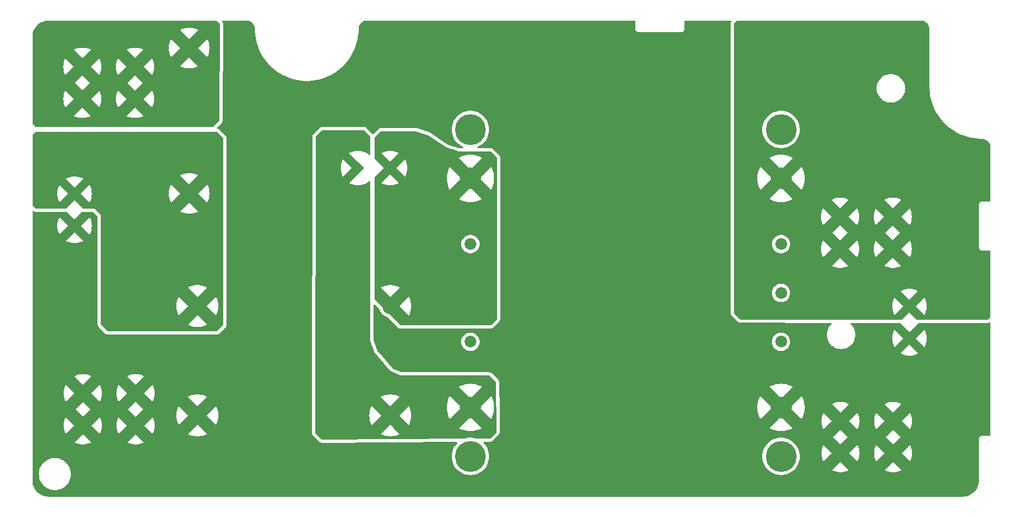
<source format=gbr>
%TF.GenerationSoftware,KiCad,Pcbnew,7.0.8*%
%TF.CreationDate,2024-04-29T16:48:28-06:00*%
%TF.ProjectId,GR-LRR-POWER-PCB-HIGH-VOLTAGE,47522d4c-5252-42d5-904f-5745522d5043,rev?*%
%TF.SameCoordinates,Original*%
%TF.FileFunction,Copper,L2,Bot*%
%TF.FilePolarity,Positive*%
%FSLAX46Y46*%
G04 Gerber Fmt 4.6, Leading zero omitted, Abs format (unit mm)*
G04 Created by KiCad (PCBNEW 7.0.8) date 2024-04-29 16:48:28*
%MOMM*%
%LPD*%
G01*
G04 APERTURE LIST*
%TA.AperFunction,ComponentPad*%
%ADD10C,1.905000*%
%TD*%
%TA.AperFunction,ComponentPad*%
%ADD11C,1.371600*%
%TD*%
%TA.AperFunction,ComponentPad*%
%ADD12C,2.300000*%
%TD*%
%TA.AperFunction,ComponentPad*%
%ADD13C,3.345000*%
%TD*%
%TA.AperFunction,ComponentPad*%
%ADD14C,1.830000*%
%TD*%
%TA.AperFunction,ComponentPad*%
%ADD15C,4.800000*%
%TD*%
%TA.AperFunction,ComponentPad*%
%ADD16C,2.500000*%
%TD*%
G04 APERTURE END LIST*
D10*
%TO.P,J1,1_1,1_1*%
%TO.N,Net-(J1-Pad1_1)*%
X132065399Y-30578600D03*
%TO.P,J1,1_2,1_2*%
X123865400Y-30578600D03*
%TO.P,J1,2_1,2_1*%
X132065399Y-35578600D03*
%TO.P,J1,2_2,2_2*%
X123865400Y-35578600D03*
%TD*%
D11*
%TO.P,C1,1*%
%TO.N,BATT+*%
X122646200Y-50306150D03*
%TO.P,C1,2*%
%TO.N,GND*%
X122646200Y-55306150D03*
%TD*%
%TO.P,C3,1*%
%TO.N,+24V*%
X252491000Y-67789600D03*
%TO.P,C3,2*%
%TO.N,GND*%
X252491000Y-72789600D03*
%TD*%
D10*
%TO.P,J3,1_1,1_1*%
%TO.N,+24V*%
X241696000Y-58892000D03*
%TO.P,J3,1_2,1_2*%
X249895999Y-58892000D03*
%TO.P,J3,2_1,2_1*%
X241696000Y-53892000D03*
%TO.P,J3,2_2,2_2*%
X249895999Y-53892000D03*
%TD*%
%TO.P,J2,1_1,1_1*%
%TO.N,GND*%
X132141400Y-81329499D03*
%TO.P,J2,1_2,1_2*%
X123941401Y-81329499D03*
%TO.P,J2,2_1,2_1*%
X132141400Y-86329499D03*
%TO.P,J2,2_2,2_2*%
X123941401Y-86329499D03*
%TD*%
D12*
%TO.P,U1,1,1*%
%TO.N,Net-(J1-Pad1_1)*%
X140477000Y-27679200D03*
%TO.P,U1,2,2*%
%TO.N,BATT+*%
X140477000Y-50279200D03*
%TD*%
D13*
%TO.P,PS1,1,+VIN*%
%TO.N,Net-(L1-2N2)*%
X184215800Y-47933800D03*
D14*
%TO.P,PS1,2,REMOTE_ON/OFF*%
%TO.N,unconnected-(PS1-REMOTE_ON{slash}OFF-Pad2)*%
X184215800Y-58133800D03*
%TO.P,PS1,3,CASE*%
%TO.N,unconnected-(PS1-CASE-Pad3)*%
X184215800Y-73333800D03*
D13*
%TO.P,PS1,4,-VIN*%
%TO.N,Net-(L1-2N1)*%
X184215800Y-83533800D03*
%TO.P,PS1,5,-VOUT*%
%TO.N,GND*%
X232515800Y-83533800D03*
D14*
%TO.P,PS1,6,-SENSE*%
%TO.N,unconnected-(PS1--SENSE-Pad6)*%
X232515800Y-73333800D03*
%TO.P,PS1,7,TRIM*%
%TO.N,unconnected-(PS1-TRIM-Pad7)*%
X232515800Y-65733800D03*
%TO.P,PS1,8,+SENSE*%
%TO.N,unconnected-(PS1-+SENSE-Pad8)*%
X232515800Y-58133800D03*
D13*
%TO.P,PS1,9,+VOUT*%
%TO.N,+24V*%
X232515800Y-47933800D03*
D15*
%TO.P,PS1,MH1,MH1*%
%TO.N,unconnected-(PS1-PadMH1)*%
X184215800Y-40333800D03*
%TO.P,PS1,MH2,MH2*%
%TO.N,unconnected-(PS1-PadMH2)*%
X184215800Y-91133800D03*
%TO.P,PS1,MH3,MH3*%
%TO.N,unconnected-(PS1-PadMH3)*%
X232515800Y-40333800D03*
%TO.P,PS1,MH4,MH4*%
%TO.N,unconnected-(PS1-PadMH4)*%
X232515800Y-91133800D03*
%TD*%
D10*
%TO.P,J4,1_1,1_1*%
%TO.N,GND*%
X241751001Y-90642000D03*
%TO.P,J4,1_2,1_2*%
X249951000Y-90642000D03*
%TO.P,J4,2_1,2_1*%
X241751001Y-85642000D03*
%TO.P,J4,2_2,2_2*%
X249951000Y-85642000D03*
%TD*%
D11*
%TO.P,C2,1*%
%TO.N,Net-(L1-2N2)*%
X171723450Y-46322800D03*
%TO.P,C2,2*%
%TO.N,Net-(L1-2N1)*%
X166723450Y-46322800D03*
%TD*%
D16*
%TO.P,L1,1,1N1*%
%TO.N,GND*%
X141758400Y-84769400D03*
%TO.P,L1,2,1N2*%
%TO.N,BATT+*%
X141758400Y-67769400D03*
%TO.P,L1,3,2N2*%
%TO.N,Net-(L1-2N2)*%
X171758400Y-67769400D03*
%TO.P,L1,4,2N1*%
%TO.N,Net-(L1-2N1)*%
X171758400Y-84769400D03*
%TD*%
%TA.AperFunction,Conductor*%
%TO.N,BATT+*%
G36*
X144826677Y-40703685D02*
G01*
X144847319Y-40720319D01*
X145774681Y-41647681D01*
X145808166Y-41709004D01*
X145811000Y-41735362D01*
X145811000Y-70620638D01*
X145791315Y-70687677D01*
X145774681Y-70708319D01*
X144847319Y-71635681D01*
X144785996Y-71669166D01*
X144759638Y-71672000D01*
X127812362Y-71672000D01*
X127745323Y-71652315D01*
X127724681Y-71635681D01*
X126797319Y-70708319D01*
X126773668Y-70665005D01*
X140277008Y-70665005D01*
X140553673Y-70793003D01*
X140887656Y-70905536D01*
X141231837Y-70981296D01*
X141582188Y-71019399D01*
X141582195Y-71019400D01*
X141934605Y-71019400D01*
X141934611Y-71019399D01*
X142284962Y-70981296D01*
X142629143Y-70905536D01*
X142963123Y-70793005D01*
X143239790Y-70665003D01*
X141758400Y-69183613D01*
X140277008Y-70665003D01*
X140277008Y-70665005D01*
X126773668Y-70665005D01*
X126763834Y-70646996D01*
X126761000Y-70620638D01*
X126761000Y-67769402D01*
X138503627Y-67769402D01*
X138522706Y-68121300D01*
X138522708Y-68121317D01*
X138579719Y-68469067D01*
X138579725Y-68469093D01*
X138674000Y-68808643D01*
X138674002Y-68808650D01*
X138804443Y-69136034D01*
X138804452Y-69136052D01*
X138864420Y-69249165D01*
X140249592Y-67863994D01*
X140858400Y-67863994D01*
X140897735Y-68049047D01*
X140974684Y-68221878D01*
X141085886Y-68374934D01*
X141226480Y-68501526D01*
X141390321Y-68596119D01*
X141570249Y-68654582D01*
X141711236Y-68669400D01*
X141805564Y-68669400D01*
X141946551Y-68654582D01*
X142126479Y-68596119D01*
X142290320Y-68501526D01*
X142430914Y-68374934D01*
X142542116Y-68221879D01*
X142619065Y-68049047D01*
X142658400Y-67863994D01*
X142658400Y-67769400D01*
X143172613Y-67769400D01*
X144652378Y-69249165D01*
X144712348Y-69136052D01*
X144712356Y-69136034D01*
X144842797Y-68808650D01*
X144842799Y-68808643D01*
X144937074Y-68469093D01*
X144937080Y-68469067D01*
X144994091Y-68121317D01*
X144994093Y-68121300D01*
X145013173Y-67769402D01*
X145013173Y-67769397D01*
X144994093Y-67417499D01*
X144994091Y-67417482D01*
X144937080Y-67069732D01*
X144937074Y-67069706D01*
X144842799Y-66730156D01*
X144842797Y-66730149D01*
X144712356Y-66402765D01*
X144712347Y-66402747D01*
X144652378Y-66289633D01*
X143172613Y-67769399D01*
X143172613Y-67769400D01*
X142658400Y-67769400D01*
X142658400Y-67674806D01*
X142619065Y-67489753D01*
X142542116Y-67316922D01*
X142430914Y-67163866D01*
X142290320Y-67037274D01*
X142126479Y-66942681D01*
X141946551Y-66884218D01*
X141805564Y-66869400D01*
X141711236Y-66869400D01*
X141570249Y-66884218D01*
X141390321Y-66942681D01*
X141226480Y-67037274D01*
X141085886Y-67163866D01*
X140974684Y-67316921D01*
X140897735Y-67489753D01*
X140858400Y-67674806D01*
X140858400Y-67863994D01*
X140249592Y-67863994D01*
X140344186Y-67769400D01*
X140344186Y-67769399D01*
X138864421Y-66289634D01*
X138864420Y-66289634D01*
X138804448Y-66402754D01*
X138804443Y-66402765D01*
X138674002Y-66730149D01*
X138674000Y-66730156D01*
X138579725Y-67069706D01*
X138579719Y-67069732D01*
X138522708Y-67417482D01*
X138522706Y-67417499D01*
X138503627Y-67769397D01*
X138503627Y-67769402D01*
X126761000Y-67769402D01*
X126761000Y-64873795D01*
X140277008Y-64873795D01*
X141758399Y-66355186D01*
X143239790Y-64873795D01*
X143239790Y-64873794D01*
X142963128Y-64745797D01*
X142963117Y-64745793D01*
X142629143Y-64633263D01*
X142284962Y-64557503D01*
X141934611Y-64519400D01*
X141582188Y-64519400D01*
X141231837Y-64557503D01*
X140887656Y-64633263D01*
X140553682Y-64745793D01*
X140277008Y-64873795D01*
X126761000Y-64873795D01*
X126761000Y-53672800D01*
X126760999Y-53672799D01*
X126191204Y-53100570D01*
X139069840Y-53100570D01*
X139108114Y-53121723D01*
X139434987Y-53257118D01*
X139774949Y-53355059D01*
X139774958Y-53355061D01*
X140123748Y-53414323D01*
X140123760Y-53414325D01*
X140477000Y-53434162D01*
X140830239Y-53414325D01*
X140830251Y-53414323D01*
X141179041Y-53355061D01*
X141179050Y-53355059D01*
X141519012Y-53257118D01*
X141845885Y-53121723D01*
X141884157Y-53100571D01*
X141884157Y-53100570D01*
X140477000Y-51693413D01*
X139069840Y-53100570D01*
X126191204Y-53100570D01*
X125761010Y-52668539D01*
X124145556Y-52661654D01*
X124145552Y-52661655D01*
X124053261Y-52661262D01*
X124009542Y-52639261D01*
X124006551Y-52636368D01*
X122646200Y-51276017D01*
X121291116Y-52631098D01*
X121257689Y-52649350D01*
X121134011Y-52648823D01*
X121134009Y-52648822D01*
X116649398Y-52629714D01*
X116582443Y-52609744D01*
X116562058Y-52593209D01*
X116134832Y-52164158D01*
X116101478Y-52102764D01*
X116098700Y-52076664D01*
X116098700Y-50306150D01*
X119955491Y-50306150D01*
X119975108Y-50630473D01*
X120033680Y-50950087D01*
X120130336Y-51260271D01*
X120130347Y-51260300D01*
X120263686Y-51556566D01*
X120263695Y-51556582D01*
X120324807Y-51657674D01*
X121676332Y-50306150D01*
X121676332Y-50306149D01*
X121643700Y-50273517D01*
X122210744Y-50273517D01*
X122220471Y-50403320D01*
X122268027Y-50524488D01*
X122349184Y-50626257D01*
X122456733Y-50699582D01*
X122581117Y-50737950D01*
X122678557Y-50737950D01*
X122774913Y-50723427D01*
X122892189Y-50666949D01*
X122987608Y-50578414D01*
X123052691Y-50465686D01*
X123081656Y-50338783D01*
X123079211Y-50306150D01*
X123616067Y-50306150D01*
X124967592Y-51657675D01*
X125028707Y-51556578D01*
X125162052Y-51260300D01*
X125162063Y-51260271D01*
X125258719Y-50950087D01*
X125317291Y-50630473D01*
X125336908Y-50306150D01*
X125335278Y-50279200D01*
X137322037Y-50279200D01*
X137341874Y-50632439D01*
X137341876Y-50632451D01*
X137401138Y-50981241D01*
X137401140Y-50981250D01*
X137499081Y-51321212D01*
X137634472Y-51648077D01*
X137634473Y-51648079D01*
X137655628Y-51686357D01*
X139018881Y-50323106D01*
X139723172Y-50323106D01*
X139753616Y-50495767D01*
X139823059Y-50656753D01*
X139927756Y-50797385D01*
X140062062Y-50910082D01*
X140218739Y-50988768D01*
X140389338Y-51029200D01*
X140520684Y-51029200D01*
X140651139Y-51013952D01*
X140815891Y-50953987D01*
X140962373Y-50857645D01*
X141082688Y-50730118D01*
X141170350Y-50578282D01*
X141220634Y-50410323D01*
X141228271Y-50279200D01*
X141891213Y-50279200D01*
X143298370Y-51686357D01*
X143298371Y-51686357D01*
X143319523Y-51648085D01*
X143454918Y-51321212D01*
X143552859Y-50981250D01*
X143552861Y-50981241D01*
X143612123Y-50632451D01*
X143612125Y-50632439D01*
X143631962Y-50279200D01*
X143612125Y-49925960D01*
X143612123Y-49925948D01*
X143552861Y-49577158D01*
X143552859Y-49577149D01*
X143454918Y-49237187D01*
X143319523Y-48910314D01*
X143298370Y-48872040D01*
X141891213Y-50279199D01*
X141891213Y-50279200D01*
X141228271Y-50279200D01*
X141230828Y-50235294D01*
X141200384Y-50062633D01*
X141130941Y-49901647D01*
X141026244Y-49761015D01*
X140891938Y-49648318D01*
X140735261Y-49569632D01*
X140564662Y-49529200D01*
X140433316Y-49529200D01*
X140302861Y-49544448D01*
X140138109Y-49604413D01*
X139991627Y-49700755D01*
X139871312Y-49828282D01*
X139783650Y-49980118D01*
X139733366Y-50148077D01*
X139723172Y-50323106D01*
X139018881Y-50323106D01*
X139062786Y-50279201D01*
X139062786Y-50279199D01*
X137655628Y-48872041D01*
X137634478Y-48910309D01*
X137634477Y-48910312D01*
X137499081Y-49237187D01*
X137401140Y-49577149D01*
X137401138Y-49577158D01*
X137341876Y-49925948D01*
X137341874Y-49925960D01*
X137322037Y-50279200D01*
X125335278Y-50279200D01*
X125317291Y-49981826D01*
X125258719Y-49662212D01*
X125162063Y-49352028D01*
X125162052Y-49351999D01*
X125028707Y-49055721D01*
X124967592Y-48954623D01*
X123616067Y-50306149D01*
X123616067Y-50306150D01*
X123079211Y-50306150D01*
X123071929Y-50208980D01*
X123024373Y-50087812D01*
X122943216Y-49986043D01*
X122835667Y-49912718D01*
X122711283Y-49874350D01*
X122613843Y-49874350D01*
X122517487Y-49888873D01*
X122400211Y-49945351D01*
X122304792Y-50033886D01*
X122239709Y-50146614D01*
X122210744Y-50273517D01*
X121643700Y-50273517D01*
X120324807Y-48954623D01*
X120324806Y-48954624D01*
X120263699Y-49055709D01*
X120263686Y-49055733D01*
X120130347Y-49351999D01*
X120130336Y-49352028D01*
X120033680Y-49662212D01*
X119975108Y-49981826D01*
X119955491Y-50306150D01*
X116098700Y-50306150D01*
X116098700Y-47984757D01*
X121294673Y-47984757D01*
X122646199Y-49336282D01*
X123997724Y-47984757D01*
X123896632Y-47923645D01*
X123896616Y-47923636D01*
X123600350Y-47790297D01*
X123600321Y-47790286D01*
X123290137Y-47693630D01*
X122970523Y-47635058D01*
X122646200Y-47615441D01*
X122321876Y-47635058D01*
X122002262Y-47693630D01*
X121692078Y-47790286D01*
X121692049Y-47790297D01*
X121395783Y-47923636D01*
X121395759Y-47923649D01*
X121294674Y-47984756D01*
X121294673Y-47984757D01*
X116098700Y-47984757D01*
X116098700Y-47457828D01*
X139069841Y-47457828D01*
X140477000Y-48864986D01*
X141884158Y-47457828D01*
X141845879Y-47436673D01*
X141845877Y-47436672D01*
X141519012Y-47301281D01*
X141179050Y-47203340D01*
X141179041Y-47203338D01*
X140830251Y-47144076D01*
X140830239Y-47144074D01*
X140477000Y-47124237D01*
X140123760Y-47144074D01*
X140123748Y-47144076D01*
X139774958Y-47203338D01*
X139774949Y-47203340D01*
X139434987Y-47301281D01*
X139108112Y-47436677D01*
X139108109Y-47436678D01*
X139069841Y-47457828D01*
X116098700Y-47457828D01*
X116098700Y-41234862D01*
X116118385Y-41167823D01*
X116135019Y-41147181D01*
X116561881Y-40720319D01*
X116623204Y-40686834D01*
X116649562Y-40684000D01*
X144759638Y-40684000D01*
X144826677Y-40703685D01*
G37*
%TD.AperFunction*%
%TD*%
%TA.AperFunction,Conductor*%
%TO.N,Net-(L1-2N2)*%
G36*
X175704683Y-40626197D02*
G01*
X175740169Y-40631638D01*
X177537506Y-41182583D01*
X177569943Y-41197962D01*
X178123143Y-41566762D01*
X180538951Y-43177301D01*
X181989538Y-43616502D01*
X182371000Y-43732000D01*
X187304638Y-43732000D01*
X187371677Y-43751685D01*
X187392319Y-43768319D01*
X188319681Y-44695681D01*
X188353166Y-44757004D01*
X188356000Y-44783362D01*
X188356000Y-69731589D01*
X188336315Y-69798628D01*
X188319622Y-69819329D01*
X187392378Y-70745326D01*
X187331033Y-70778770D01*
X187304589Y-70781586D01*
X173396395Y-70762887D01*
X173396391Y-70762887D01*
X173340627Y-70762812D01*
X173330234Y-70759753D01*
X173322309Y-70756464D01*
X173267935Y-70712585D01*
X173258271Y-70683484D01*
X170438780Y-67863994D01*
X170858400Y-67863994D01*
X170897735Y-68049047D01*
X170974684Y-68221878D01*
X171085886Y-68374934D01*
X171226480Y-68501526D01*
X171390321Y-68596119D01*
X171570249Y-68654582D01*
X171711236Y-68669400D01*
X171805564Y-68669400D01*
X171946551Y-68654582D01*
X172126479Y-68596119D01*
X172290320Y-68501526D01*
X172430914Y-68374934D01*
X172542116Y-68221879D01*
X172619065Y-68049047D01*
X172658400Y-67863994D01*
X172658400Y-67769400D01*
X173172613Y-67769400D01*
X174652378Y-69249165D01*
X174712348Y-69136052D01*
X174712356Y-69136034D01*
X174842797Y-68808650D01*
X174842799Y-68808643D01*
X174937074Y-68469093D01*
X174937080Y-68469067D01*
X174994091Y-68121317D01*
X174994093Y-68121300D01*
X175013173Y-67769402D01*
X175013173Y-67769397D01*
X174994093Y-67417499D01*
X174994091Y-67417482D01*
X174937080Y-67069732D01*
X174937074Y-67069706D01*
X174842799Y-66730156D01*
X174842797Y-66730149D01*
X174712356Y-66402765D01*
X174712347Y-66402747D01*
X174652378Y-66289633D01*
X173172613Y-67769399D01*
X173172613Y-67769400D01*
X172658400Y-67769400D01*
X172658400Y-67674806D01*
X172619065Y-67489753D01*
X172542116Y-67316922D01*
X172430914Y-67163866D01*
X172290320Y-67037274D01*
X172126479Y-66942681D01*
X171946551Y-66884218D01*
X171805564Y-66869400D01*
X171711236Y-66869400D01*
X171570249Y-66884218D01*
X171390321Y-66942681D01*
X171226480Y-67037274D01*
X171085886Y-67163866D01*
X170974684Y-67316921D01*
X170897735Y-67489753D01*
X170858400Y-67674806D01*
X170858400Y-67863994D01*
X170438780Y-67863994D01*
X170361627Y-67786841D01*
X170361625Y-67786838D01*
X169306000Y-66731213D01*
X169306000Y-64873795D01*
X170277008Y-64873795D01*
X171758399Y-66355186D01*
X173239790Y-64873795D01*
X173239790Y-64873794D01*
X172963128Y-64745797D01*
X172963117Y-64745793D01*
X172629143Y-64633263D01*
X172284962Y-64557503D01*
X171934611Y-64519400D01*
X171582188Y-64519400D01*
X171231837Y-64557503D01*
X170887656Y-64633263D01*
X170553682Y-64745793D01*
X170277008Y-64873795D01*
X169306000Y-64873795D01*
X169306000Y-58133805D01*
X182795449Y-58133805D01*
X182814819Y-58367573D01*
X182814821Y-58367585D01*
X182872407Y-58594987D01*
X182966638Y-58809811D01*
X183094940Y-59006195D01*
X183094943Y-59006198D01*
X183253822Y-59178786D01*
X183438942Y-59322870D01*
X183645252Y-59434520D01*
X183760462Y-59474072D01*
X183867120Y-59510688D01*
X183867122Y-59510688D01*
X183867124Y-59510689D01*
X184098508Y-59549300D01*
X184098509Y-59549300D01*
X184333091Y-59549300D01*
X184333092Y-59549300D01*
X184564476Y-59510689D01*
X184786348Y-59434520D01*
X184992658Y-59322870D01*
X185177778Y-59178786D01*
X185336657Y-59006198D01*
X185464961Y-58809812D01*
X185559192Y-58594987D01*
X185616779Y-58367582D01*
X185636151Y-58133800D01*
X185616779Y-57900018D01*
X185559192Y-57672613D01*
X185464961Y-57457788D01*
X185336659Y-57261404D01*
X185309241Y-57231620D01*
X185177778Y-57088814D01*
X185047134Y-56987130D01*
X184992660Y-56944731D01*
X184786348Y-56833080D01*
X184786340Y-56833077D01*
X184564479Y-56756911D01*
X184390938Y-56727952D01*
X184333092Y-56718300D01*
X184098508Y-56718300D01*
X184052231Y-56726022D01*
X183867120Y-56756911D01*
X183645259Y-56833077D01*
X183645251Y-56833080D01*
X183438939Y-56944731D01*
X183308298Y-57046413D01*
X183253822Y-57088814D01*
X183253819Y-57088816D01*
X183253819Y-57088817D01*
X183094940Y-57261404D01*
X182966638Y-57457788D01*
X182872407Y-57672612D01*
X182814821Y-57900014D01*
X182814819Y-57900026D01*
X182795449Y-58133794D01*
X182795449Y-58133805D01*
X169306000Y-58133805D01*
X169306000Y-51141642D01*
X182422170Y-51141642D01*
X182720006Y-51293398D01*
X183079370Y-51431345D01*
X183451200Y-51530977D01*
X183831390Y-51591193D01*
X184215799Y-51611340D01*
X184215801Y-51611340D01*
X184600209Y-51591193D01*
X184980398Y-51530977D01*
X184980400Y-51530977D01*
X185352229Y-51431345D01*
X185711593Y-51293398D01*
X186009428Y-51141642D01*
X184215800Y-49348014D01*
X182422170Y-51141642D01*
X169306000Y-51141642D01*
X169306000Y-48644192D01*
X170371923Y-48644192D01*
X170473021Y-48705307D01*
X170769299Y-48838652D01*
X170769328Y-48838663D01*
X171079512Y-48935319D01*
X171399126Y-48993891D01*
X171723450Y-49013508D01*
X172047773Y-48993891D01*
X172367387Y-48935319D01*
X172677571Y-48838663D01*
X172677600Y-48838652D01*
X172973878Y-48705307D01*
X173074975Y-48644192D01*
X172364583Y-47933800D01*
X180538260Y-47933800D01*
X180558406Y-48318209D01*
X180618622Y-48698398D01*
X180618622Y-48698400D01*
X180718254Y-49070229D01*
X180856201Y-49429593D01*
X181007956Y-49727428D01*
X182801586Y-47933800D01*
X182748291Y-47880505D01*
X183096997Y-47880505D01*
X183107129Y-48093203D01*
X183157331Y-48300140D01*
X183245789Y-48493836D01*
X183369306Y-48667291D01*
X183523417Y-48814236D01*
X183702553Y-48929360D01*
X183900239Y-49008501D01*
X184109330Y-49048800D01*
X184268917Y-49048800D01*
X184427775Y-49033631D01*
X184632089Y-48973639D01*
X184821357Y-48876065D01*
X184988738Y-48744434D01*
X185128184Y-48583506D01*
X185234653Y-48399095D01*
X185304299Y-48197867D01*
X185334603Y-47987095D01*
X185332064Y-47933800D01*
X185630014Y-47933800D01*
X187423642Y-49727428D01*
X187575398Y-49429593D01*
X187713345Y-49070229D01*
X187812977Y-48698400D01*
X187812977Y-48698398D01*
X187873193Y-48318209D01*
X187893340Y-47933800D01*
X187893340Y-47933799D01*
X187873193Y-47549390D01*
X187812977Y-47169201D01*
X187812977Y-47169199D01*
X187713345Y-46797370D01*
X187575398Y-46438006D01*
X187423642Y-46140170D01*
X185630014Y-47933799D01*
X185630014Y-47933800D01*
X185332064Y-47933800D01*
X185324471Y-47774397D01*
X185274269Y-47567460D01*
X185185811Y-47373764D01*
X185062294Y-47200309D01*
X184908183Y-47053364D01*
X184729047Y-46938240D01*
X184531361Y-46859099D01*
X184322270Y-46818800D01*
X184162683Y-46818800D01*
X184003825Y-46833969D01*
X183799511Y-46893961D01*
X183610243Y-46991535D01*
X183442862Y-47123166D01*
X183303416Y-47284094D01*
X183196947Y-47468505D01*
X183127301Y-47669733D01*
X183096997Y-47880505D01*
X182748291Y-47880505D01*
X181007955Y-46140169D01*
X180856201Y-46438006D01*
X180718254Y-46797370D01*
X180618622Y-47169199D01*
X180618622Y-47169201D01*
X180558406Y-47549390D01*
X180538260Y-47933799D01*
X180538260Y-47933800D01*
X172364583Y-47933800D01*
X171723450Y-47292667D01*
X170371923Y-48644192D01*
X169306000Y-48644192D01*
X169306000Y-47802628D01*
X169325685Y-47735589D01*
X169378489Y-47689834D01*
X169388026Y-47688355D01*
X170753582Y-46322800D01*
X170753582Y-46322799D01*
X170720950Y-46290167D01*
X171287994Y-46290167D01*
X171297721Y-46419970D01*
X171345277Y-46541138D01*
X171426434Y-46642907D01*
X171533983Y-46716232D01*
X171658367Y-46754600D01*
X171755807Y-46754600D01*
X171852163Y-46740077D01*
X171969439Y-46683599D01*
X172064858Y-46595064D01*
X172129941Y-46482336D01*
X172158906Y-46355433D01*
X172156461Y-46322800D01*
X172693317Y-46322800D01*
X174044842Y-47674325D01*
X174105957Y-47573228D01*
X174239302Y-47276950D01*
X174239313Y-47276921D01*
X174335969Y-46966737D01*
X174394541Y-46647123D01*
X174414158Y-46322800D01*
X174394541Y-45998476D01*
X174335969Y-45678862D01*
X174239313Y-45368678D01*
X174239302Y-45368649D01*
X174105957Y-45072371D01*
X174044842Y-44971273D01*
X172693317Y-46322799D01*
X172693317Y-46322800D01*
X172156461Y-46322800D01*
X172149179Y-46225630D01*
X172101623Y-46104462D01*
X172020466Y-46002693D01*
X171912917Y-45929368D01*
X171788533Y-45891000D01*
X171691093Y-45891000D01*
X171594737Y-45905523D01*
X171477461Y-45962001D01*
X171382042Y-46050536D01*
X171316959Y-46163264D01*
X171287994Y-46290167D01*
X170720950Y-46290167D01*
X169387255Y-44956471D01*
X169376018Y-44954602D01*
X169324234Y-44907696D01*
X169306000Y-44842969D01*
X169306000Y-44001407D01*
X170371923Y-44001407D01*
X171723449Y-45352932D01*
X172350426Y-44725955D01*
X182422169Y-44725955D01*
X184215800Y-46519586D01*
X184215801Y-46519586D01*
X186009428Y-44725956D01*
X185711593Y-44574201D01*
X185352229Y-44436254D01*
X184980399Y-44336622D01*
X184600209Y-44276406D01*
X184215801Y-44256260D01*
X184215799Y-44256260D01*
X183831390Y-44276406D01*
X183451201Y-44336622D01*
X183451199Y-44336622D01*
X183079370Y-44436254D01*
X182720006Y-44574201D01*
X182422169Y-44725955D01*
X172350426Y-44725955D01*
X173074974Y-44001407D01*
X172973882Y-43940295D01*
X172973866Y-43940286D01*
X172677600Y-43806947D01*
X172677571Y-43806936D01*
X172367387Y-43710280D01*
X172047773Y-43651708D01*
X171723450Y-43632091D01*
X171399126Y-43651708D01*
X171079512Y-43710280D01*
X170769328Y-43806936D01*
X170769299Y-43806947D01*
X170473033Y-43940286D01*
X170473009Y-43940299D01*
X170371924Y-44001406D01*
X170371923Y-44001407D01*
X169306000Y-44001407D01*
X169306000Y-41633801D01*
X169325685Y-41566762D01*
X169342621Y-41545819D01*
X170269357Y-40625434D01*
X170330793Y-40592162D01*
X170357578Y-40589421D01*
X175704683Y-40626197D01*
G37*
%TD.AperFunction*%
%TD*%
%TA.AperFunction,Conductor*%
%TO.N,+24V*%
G36*
X254261862Y-23397691D02*
G01*
X254338335Y-23403711D01*
X254459128Y-23413220D01*
X254478338Y-23416264D01*
X254663617Y-23460750D01*
X254682118Y-23466762D01*
X254858157Y-23539683D01*
X254875485Y-23548512D01*
X255037956Y-23648075D01*
X255053689Y-23659506D01*
X255160145Y-23750428D01*
X255198583Y-23783258D01*
X255212341Y-23797016D01*
X255336090Y-23941906D01*
X255347527Y-23957648D01*
X255447085Y-24120110D01*
X255455918Y-24137446D01*
X255528836Y-24313479D01*
X255534849Y-24331983D01*
X255579334Y-24517257D01*
X255582378Y-24536475D01*
X255597909Y-24733736D01*
X255598100Y-24738604D01*
X255598100Y-33560251D01*
X255598100Y-33626144D01*
X255598099Y-33904931D01*
X255636144Y-34461191D01*
X255636143Y-34461190D01*
X255636144Y-34461204D01*
X255636145Y-34461205D01*
X255672263Y-34723991D01*
X255712064Y-35013580D01*
X255825503Y-35559497D01*
X255866185Y-35704693D01*
X255975934Y-36096398D01*
X256162652Y-36621779D01*
X256162654Y-36621783D01*
X256384788Y-37133195D01*
X256384789Y-37133195D01*
X256540289Y-37433300D01*
X256641307Y-37628256D01*
X256931013Y-38104659D01*
X257079441Y-38314934D01*
X257252558Y-38560187D01*
X257252558Y-38560186D01*
X257604432Y-38992698D01*
X257985006Y-39400194D01*
X258392502Y-39780768D01*
X258657674Y-39996501D01*
X258825014Y-40132642D01*
X258825013Y-40132642D01*
X258825019Y-40132646D01*
X259280541Y-40454187D01*
X259706517Y-40713228D01*
X259756951Y-40743897D01*
X259972932Y-40855808D01*
X260252005Y-41000411D01*
X260252005Y-41000412D01*
X260527052Y-41119880D01*
X260763421Y-41222548D01*
X261067307Y-41330547D01*
X261288798Y-41409265D01*
X261288799Y-41409265D01*
X261288802Y-41409266D01*
X261499710Y-41468359D01*
X261825703Y-41559697D01*
X262073056Y-41611096D01*
X262371613Y-41673135D01*
X262371619Y-41673135D01*
X262371620Y-41673136D01*
X262924010Y-41749057D01*
X262924009Y-41749056D01*
X262924024Y-41749057D01*
X263480269Y-41787101D01*
X263480274Y-41787100D01*
X263480275Y-41787101D01*
X263480951Y-41787100D01*
X263756594Y-41787100D01*
X263761462Y-41787291D01*
X263837935Y-41793311D01*
X263958728Y-41802820D01*
X263977938Y-41805864D01*
X264163217Y-41850350D01*
X264181718Y-41856362D01*
X264357757Y-41929283D01*
X264375085Y-41938112D01*
X264537556Y-42037675D01*
X264553289Y-42049106D01*
X264659745Y-42140028D01*
X264698183Y-42172858D01*
X264711941Y-42186616D01*
X264835690Y-42331506D01*
X264847127Y-42347248D01*
X264946685Y-42509710D01*
X264955518Y-42527046D01*
X265028436Y-42703079D01*
X265034449Y-42721583D01*
X265078934Y-42906857D01*
X265081978Y-42926075D01*
X265097509Y-43123336D01*
X265097700Y-43128204D01*
X265097700Y-51376879D01*
X265078015Y-51443918D01*
X265025211Y-51489673D01*
X264973700Y-51500879D01*
X263875384Y-51500879D01*
X263731462Y-51500879D01*
X263731459Y-51500879D01*
X263731457Y-51500880D01*
X263705265Y-51508569D01*
X263687991Y-51512327D01*
X263660967Y-51516213D01*
X263660964Y-51516214D01*
X263636133Y-51527554D01*
X263619564Y-51533734D01*
X263606594Y-51537542D01*
X263593370Y-51541426D01*
X263593368Y-51541426D01*
X263593368Y-51541427D01*
X263570405Y-51556184D01*
X263554884Y-51564659D01*
X263530051Y-51576000D01*
X263530048Y-51576002D01*
X263509423Y-51593874D01*
X263495263Y-51604474D01*
X263472299Y-51619232D01*
X263472294Y-51619236D01*
X263454416Y-51639868D01*
X263441912Y-51652372D01*
X263421280Y-51670250D01*
X263421276Y-51670255D01*
X263406518Y-51693219D01*
X263395918Y-51707379D01*
X263378046Y-51728004D01*
X263378044Y-51728007D01*
X263366703Y-51752840D01*
X263358228Y-51768361D01*
X263343471Y-51791324D01*
X263335778Y-51817520D01*
X263329598Y-51834089D01*
X263318258Y-51858920D01*
X263318257Y-51858923D01*
X263314371Y-51885947D01*
X263310613Y-51903221D01*
X263302924Y-51929413D01*
X263302923Y-51929421D01*
X263302923Y-58731478D01*
X263310613Y-58757669D01*
X263314370Y-58774938D01*
X263318258Y-58801972D01*
X263321838Y-58809812D01*
X263329596Y-58826798D01*
X263335778Y-58843373D01*
X263343469Y-58869566D01*
X263343470Y-58869568D01*
X263358229Y-58892534D01*
X263366705Y-58908056D01*
X263378046Y-58932888D01*
X263389860Y-58946522D01*
X263395919Y-58953515D01*
X263406518Y-58967675D01*
X263421276Y-58990638D01*
X263421280Y-58990643D01*
X263441911Y-59008521D01*
X263454415Y-59021025D01*
X263472294Y-59041657D01*
X263472295Y-59041658D01*
X263495267Y-59056420D01*
X263509419Y-59067015D01*
X263530050Y-59084892D01*
X263553322Y-59095520D01*
X263554874Y-59096229D01*
X263570401Y-59104707D01*
X263593370Y-59119468D01*
X263619559Y-59127158D01*
X263636136Y-59133341D01*
X263660961Y-59144678D01*
X263660962Y-59144678D01*
X263660966Y-59144680D01*
X263687987Y-59148565D01*
X263705269Y-59152324D01*
X263731462Y-59160015D01*
X263767624Y-59160015D01*
X264973700Y-59160015D01*
X265040739Y-59179700D01*
X265086494Y-59232504D01*
X265097700Y-59284015D01*
X265097700Y-69367580D01*
X265078015Y-69434619D01*
X265061326Y-69455316D01*
X264634573Y-69881536D01*
X264573229Y-69914983D01*
X264546792Y-69917800D01*
X254230558Y-69904903D01*
X254230555Y-69904905D01*
X253635694Y-69904161D01*
X252491000Y-68759467D01*
X251349162Y-69901303D01*
X250747089Y-69900551D01*
X250747088Y-69900550D01*
X226237315Y-69869914D01*
X226170300Y-69850146D01*
X226149734Y-69833540D01*
X225222264Y-68904909D01*
X225188817Y-68843565D01*
X225186000Y-68817283D01*
X225186000Y-67789600D01*
X249800291Y-67789600D01*
X249819908Y-68113923D01*
X249878480Y-68433537D01*
X249975136Y-68743721D01*
X249975147Y-68743750D01*
X250108486Y-69040016D01*
X250108495Y-69040032D01*
X250169607Y-69141124D01*
X251521132Y-67789600D01*
X251521132Y-67789599D01*
X251488500Y-67756967D01*
X252055544Y-67756967D01*
X252065271Y-67886770D01*
X252112827Y-68007938D01*
X252193984Y-68109707D01*
X252301533Y-68183032D01*
X252425917Y-68221400D01*
X252523357Y-68221400D01*
X252619713Y-68206877D01*
X252736989Y-68150399D01*
X252832408Y-68061864D01*
X252897491Y-67949136D01*
X252926456Y-67822233D01*
X252924011Y-67789600D01*
X253460867Y-67789600D01*
X254812392Y-69141125D01*
X254873507Y-69040028D01*
X255006852Y-68743750D01*
X255006863Y-68743721D01*
X255103519Y-68433537D01*
X255162091Y-68113923D01*
X255181708Y-67789600D01*
X255162091Y-67465276D01*
X255103519Y-67145662D01*
X255006863Y-66835478D01*
X255006852Y-66835449D01*
X254873507Y-66539171D01*
X254812392Y-66438073D01*
X253460867Y-67789599D01*
X253460867Y-67789600D01*
X252924011Y-67789600D01*
X252916729Y-67692430D01*
X252869173Y-67571262D01*
X252788016Y-67469493D01*
X252680467Y-67396168D01*
X252556083Y-67357800D01*
X252458643Y-67357800D01*
X252362287Y-67372323D01*
X252245011Y-67428801D01*
X252149592Y-67517336D01*
X252084509Y-67630064D01*
X252055544Y-67756967D01*
X251488500Y-67756967D01*
X250169607Y-66438073D01*
X250169606Y-66438074D01*
X250108499Y-66539159D01*
X250108486Y-66539183D01*
X249975147Y-66835449D01*
X249975136Y-66835478D01*
X249878480Y-67145662D01*
X249819908Y-67465276D01*
X249800291Y-67789600D01*
X225186000Y-67789600D01*
X225186000Y-65733805D01*
X231095449Y-65733805D01*
X231114819Y-65967573D01*
X231114821Y-65967585D01*
X231172407Y-66194987D01*
X231266638Y-66409811D01*
X231394940Y-66606195D01*
X231394943Y-66606198D01*
X231553822Y-66778786D01*
X231738942Y-66922870D01*
X231945252Y-67034520D01*
X232060462Y-67074072D01*
X232167120Y-67110688D01*
X232167122Y-67110688D01*
X232167124Y-67110689D01*
X232398508Y-67149300D01*
X232398509Y-67149300D01*
X232633091Y-67149300D01*
X232633092Y-67149300D01*
X232864476Y-67110689D01*
X233086348Y-67034520D01*
X233292658Y-66922870D01*
X233477778Y-66778786D01*
X233636657Y-66606198D01*
X233764961Y-66409812D01*
X233859192Y-66194987D01*
X233916779Y-65967582D01*
X233936151Y-65733800D01*
X233916779Y-65500018D01*
X233908723Y-65468207D01*
X251139473Y-65468207D01*
X252490999Y-66819732D01*
X253842524Y-65468207D01*
X253741432Y-65407095D01*
X253741416Y-65407086D01*
X253445150Y-65273747D01*
X253445121Y-65273736D01*
X253134937Y-65177080D01*
X252815323Y-65118508D01*
X252491000Y-65098891D01*
X252166676Y-65118508D01*
X251847062Y-65177080D01*
X251536878Y-65273736D01*
X251536849Y-65273747D01*
X251240583Y-65407086D01*
X251240559Y-65407099D01*
X251139474Y-65468206D01*
X251139473Y-65468207D01*
X233908723Y-65468207D01*
X233859479Y-65273747D01*
X233859192Y-65272612D01*
X233764961Y-65057788D01*
X233636659Y-64861404D01*
X233609241Y-64831620D01*
X233477778Y-64688814D01*
X233347134Y-64587130D01*
X233292660Y-64544731D01*
X233086348Y-64433080D01*
X233086340Y-64433077D01*
X232864479Y-64356911D01*
X232690938Y-64327952D01*
X232633092Y-64318300D01*
X232398508Y-64318300D01*
X232352231Y-64326022D01*
X232167120Y-64356911D01*
X231945259Y-64433077D01*
X231945251Y-64433080D01*
X231738939Y-64544731D01*
X231608298Y-64646413D01*
X231553822Y-64688814D01*
X231553819Y-64688816D01*
X231553819Y-64688817D01*
X231394940Y-64861404D01*
X231266638Y-65057788D01*
X231172407Y-65272612D01*
X231114821Y-65500014D01*
X231114819Y-65500026D01*
X231095449Y-65733794D01*
X231095449Y-65733805D01*
X225186000Y-65733805D01*
X225186000Y-61541706D01*
X240393330Y-61541706D01*
X240524585Y-61607624D01*
X240524586Y-61607625D01*
X240847780Y-61725258D01*
X241182433Y-61804572D01*
X241524042Y-61844499D01*
X241524043Y-61844500D01*
X241867957Y-61844500D01*
X241867957Y-61844499D01*
X242209565Y-61804572D01*
X242209567Y-61804572D01*
X242544219Y-61725258D01*
X242867413Y-61607625D01*
X242867414Y-61607624D01*
X242998668Y-61541706D01*
X248593329Y-61541706D01*
X248724584Y-61607624D01*
X248724585Y-61607625D01*
X249047779Y-61725258D01*
X249382432Y-61804572D01*
X249724041Y-61844499D01*
X249724042Y-61844500D01*
X250067956Y-61844500D01*
X250067956Y-61844499D01*
X250409564Y-61804572D01*
X250409566Y-61804572D01*
X250744218Y-61725258D01*
X251067412Y-61607625D01*
X251067413Y-61607624D01*
X251198667Y-61541706D01*
X251198667Y-61541705D01*
X249895999Y-60239038D01*
X248593329Y-61541705D01*
X248593329Y-61541706D01*
X242998668Y-61541706D01*
X242998668Y-61541705D01*
X241696000Y-60239038D01*
X240393330Y-61541705D01*
X240393330Y-61541706D01*
X225186000Y-61541706D01*
X225186000Y-58133805D01*
X231095449Y-58133805D01*
X231114819Y-58367573D01*
X231114821Y-58367585D01*
X231172407Y-58594987D01*
X231266638Y-58809811D01*
X231394940Y-59006195D01*
X231394943Y-59006198D01*
X231553822Y-59178786D01*
X231738942Y-59322870D01*
X231945252Y-59434520D01*
X232060462Y-59474072D01*
X232167120Y-59510688D01*
X232167122Y-59510688D01*
X232167124Y-59510689D01*
X232398508Y-59549300D01*
X232398509Y-59549300D01*
X232633091Y-59549300D01*
X232633092Y-59549300D01*
X232864476Y-59510689D01*
X233086348Y-59434520D01*
X233292658Y-59322870D01*
X233477778Y-59178786D01*
X233636657Y-59006198D01*
X233711264Y-58892003D01*
X238738496Y-58892003D01*
X238758494Y-59235345D01*
X238758495Y-59235356D01*
X238818213Y-59574038D01*
X238818216Y-59574048D01*
X238916855Y-59903527D01*
X239043602Y-60197358D01*
X239043603Y-60197359D01*
X240264149Y-58976813D01*
X240997500Y-58976813D01*
X241038095Y-59141511D01*
X241116924Y-59291707D01*
X241229407Y-59418675D01*
X241369007Y-59515033D01*
X241527610Y-59575184D01*
X241653750Y-59590500D01*
X241738250Y-59590500D01*
X241864390Y-59575184D01*
X242022993Y-59515033D01*
X242162593Y-59418675D01*
X242275076Y-59291707D01*
X242353905Y-59141511D01*
X242394500Y-58976813D01*
X242394500Y-58892001D01*
X243043038Y-58892001D01*
X244348396Y-60197359D01*
X244475144Y-59903527D01*
X244573783Y-59574048D01*
X244573786Y-59574038D01*
X244633504Y-59235356D01*
X244633505Y-59235345D01*
X244653504Y-58892003D01*
X246938495Y-58892003D01*
X246958493Y-59235345D01*
X246958494Y-59235356D01*
X247018212Y-59574038D01*
X247018215Y-59574048D01*
X247116854Y-59903527D01*
X247243601Y-60197358D01*
X247243602Y-60197359D01*
X248464148Y-58976813D01*
X249197499Y-58976813D01*
X249238094Y-59141511D01*
X249316923Y-59291707D01*
X249429406Y-59418675D01*
X249569006Y-59515033D01*
X249727609Y-59575184D01*
X249853749Y-59590500D01*
X249938249Y-59590500D01*
X250064389Y-59575184D01*
X250222992Y-59515033D01*
X250362592Y-59418675D01*
X250475075Y-59291707D01*
X250553904Y-59141511D01*
X250594499Y-58976813D01*
X250594499Y-58892001D01*
X251243037Y-58892001D01*
X252548395Y-60197359D01*
X252675143Y-59903527D01*
X252773782Y-59574048D01*
X252773785Y-59574038D01*
X252833503Y-59235356D01*
X252833504Y-59235345D01*
X252853503Y-58892003D01*
X252853503Y-58891996D01*
X252833504Y-58548654D01*
X252833503Y-58548643D01*
X252773785Y-58209961D01*
X252773782Y-58209951D01*
X252675143Y-57880472D01*
X252548395Y-57586639D01*
X251243037Y-58891999D01*
X251243037Y-58892001D01*
X250594499Y-58892001D01*
X250594499Y-58807187D01*
X250553904Y-58642489D01*
X250475075Y-58492293D01*
X250362592Y-58365325D01*
X250222992Y-58268967D01*
X250064389Y-58208816D01*
X249938249Y-58193500D01*
X249853749Y-58193500D01*
X249727609Y-58208816D01*
X249569006Y-58268967D01*
X249429406Y-58365325D01*
X249316923Y-58492293D01*
X249238094Y-58642489D01*
X249197499Y-58807187D01*
X249197499Y-58976813D01*
X248464148Y-58976813D01*
X248548961Y-58892000D01*
X248548961Y-58891999D01*
X247243602Y-57586640D01*
X247243601Y-57586640D01*
X247116854Y-57880472D01*
X247018215Y-58209951D01*
X247018212Y-58209961D01*
X246958494Y-58548643D01*
X246958493Y-58548654D01*
X246938495Y-58891996D01*
X246938495Y-58892003D01*
X244653504Y-58892003D01*
X244653504Y-58891996D01*
X244633505Y-58548654D01*
X244633504Y-58548643D01*
X244573786Y-58209961D01*
X244573783Y-58209951D01*
X244475144Y-57880472D01*
X244348396Y-57586639D01*
X243043038Y-58891999D01*
X243043038Y-58892001D01*
X242394500Y-58892001D01*
X242394500Y-58807187D01*
X242353905Y-58642489D01*
X242275076Y-58492293D01*
X242162593Y-58365325D01*
X242022993Y-58268967D01*
X241864390Y-58208816D01*
X241738250Y-58193500D01*
X241653750Y-58193500D01*
X241527610Y-58208816D01*
X241369007Y-58268967D01*
X241229407Y-58365325D01*
X241116924Y-58492293D01*
X241038095Y-58642489D01*
X240997500Y-58807187D01*
X240997500Y-58976813D01*
X240264149Y-58976813D01*
X240348962Y-58892000D01*
X240348962Y-58891999D01*
X239043602Y-57586640D01*
X238916855Y-57880472D01*
X238818216Y-58209951D01*
X238818213Y-58209961D01*
X238758495Y-58548643D01*
X238758494Y-58548654D01*
X238738496Y-58891996D01*
X238738496Y-58892003D01*
X233711264Y-58892003D01*
X233764961Y-58809812D01*
X233859192Y-58594987D01*
X233916779Y-58367582D01*
X233920027Y-58328387D01*
X233936151Y-58133805D01*
X233936151Y-58133794D01*
X233916780Y-57900026D01*
X233916778Y-57900014D01*
X233859192Y-57672612D01*
X233764961Y-57457788D01*
X233636659Y-57261404D01*
X233609241Y-57231620D01*
X233477778Y-57088814D01*
X233347134Y-56987130D01*
X233292660Y-56944731D01*
X233086348Y-56833080D01*
X233086340Y-56833077D01*
X232864479Y-56756911D01*
X232690938Y-56727952D01*
X232633092Y-56718300D01*
X232398508Y-56718300D01*
X232352231Y-56726022D01*
X232167120Y-56756911D01*
X231945259Y-56833077D01*
X231945251Y-56833080D01*
X231738939Y-56944731D01*
X231608298Y-57046413D01*
X231553822Y-57088814D01*
X231553819Y-57088816D01*
X231553819Y-57088817D01*
X231394940Y-57261404D01*
X231266638Y-57457788D01*
X231172407Y-57672612D01*
X231114821Y-57900014D01*
X231114819Y-57900026D01*
X231095449Y-58133794D01*
X231095449Y-58133805D01*
X225186000Y-58133805D01*
X225186000Y-56392000D01*
X240543038Y-56392000D01*
X241696000Y-57544962D01*
X242848962Y-56392000D01*
X248743037Y-56392000D01*
X249895999Y-57544962D01*
X251048961Y-56392000D01*
X249895999Y-55239038D01*
X248743037Y-56392000D01*
X242848962Y-56392000D01*
X241696000Y-55239038D01*
X240543038Y-56392000D01*
X225186000Y-56392000D01*
X225186000Y-53892003D01*
X238738496Y-53892003D01*
X238758494Y-54235345D01*
X238758495Y-54235356D01*
X238818213Y-54574038D01*
X238818216Y-54574048D01*
X238916855Y-54903527D01*
X239043602Y-55197358D01*
X239043603Y-55197359D01*
X240264149Y-53976813D01*
X240997500Y-53976813D01*
X241038095Y-54141511D01*
X241116924Y-54291707D01*
X241229407Y-54418675D01*
X241369007Y-54515033D01*
X241527610Y-54575184D01*
X241653750Y-54590500D01*
X241738250Y-54590500D01*
X241864390Y-54575184D01*
X242022993Y-54515033D01*
X242162593Y-54418675D01*
X242275076Y-54291707D01*
X242353905Y-54141511D01*
X242394500Y-53976813D01*
X242394500Y-53892001D01*
X243043038Y-53892001D01*
X244348396Y-55197359D01*
X244475144Y-54903527D01*
X244573783Y-54574048D01*
X244573786Y-54574038D01*
X244633504Y-54235356D01*
X244633505Y-54235345D01*
X244653504Y-53892003D01*
X246938495Y-53892003D01*
X246958493Y-54235345D01*
X246958494Y-54235356D01*
X247018212Y-54574038D01*
X247018215Y-54574048D01*
X247116854Y-54903527D01*
X247243601Y-55197358D01*
X247243602Y-55197359D01*
X248464148Y-53976813D01*
X249197499Y-53976813D01*
X249238094Y-54141511D01*
X249316923Y-54291707D01*
X249429406Y-54418675D01*
X249569006Y-54515033D01*
X249727609Y-54575184D01*
X249853749Y-54590500D01*
X249938249Y-54590500D01*
X250064389Y-54575184D01*
X250222992Y-54515033D01*
X250362592Y-54418675D01*
X250475075Y-54291707D01*
X250553904Y-54141511D01*
X250594499Y-53976813D01*
X250594499Y-53892001D01*
X251243037Y-53892001D01*
X252548395Y-55197359D01*
X252675143Y-54903527D01*
X252773782Y-54574048D01*
X252773785Y-54574038D01*
X252833503Y-54235356D01*
X252833504Y-54235345D01*
X252853503Y-53892003D01*
X252853503Y-53891996D01*
X252833504Y-53548654D01*
X252833503Y-53548643D01*
X252773785Y-53209961D01*
X252773782Y-53209951D01*
X252675143Y-52880472D01*
X252548395Y-52586639D01*
X251243037Y-53891999D01*
X251243037Y-53892001D01*
X250594499Y-53892001D01*
X250594499Y-53807187D01*
X250553904Y-53642489D01*
X250475075Y-53492293D01*
X250362592Y-53365325D01*
X250222992Y-53268967D01*
X250064389Y-53208816D01*
X249938249Y-53193500D01*
X249853749Y-53193500D01*
X249727609Y-53208816D01*
X249569006Y-53268967D01*
X249429406Y-53365325D01*
X249316923Y-53492293D01*
X249238094Y-53642489D01*
X249197499Y-53807187D01*
X249197499Y-53976813D01*
X248464148Y-53976813D01*
X248548961Y-53892000D01*
X248548961Y-53891999D01*
X247243602Y-52586640D01*
X247243601Y-52586640D01*
X247116854Y-52880472D01*
X247018215Y-53209951D01*
X247018212Y-53209961D01*
X246958494Y-53548643D01*
X246958493Y-53548654D01*
X246938495Y-53891996D01*
X246938495Y-53892003D01*
X244653504Y-53892003D01*
X244653504Y-53891996D01*
X244633505Y-53548654D01*
X244633504Y-53548643D01*
X244573786Y-53209961D01*
X244573783Y-53209951D01*
X244475144Y-52880472D01*
X244348396Y-52586639D01*
X243043038Y-53891999D01*
X243043038Y-53892001D01*
X242394500Y-53892001D01*
X242394500Y-53807187D01*
X242353905Y-53642489D01*
X242275076Y-53492293D01*
X242162593Y-53365325D01*
X242022993Y-53268967D01*
X241864390Y-53208816D01*
X241738250Y-53193500D01*
X241653750Y-53193500D01*
X241527610Y-53208816D01*
X241369007Y-53268967D01*
X241229407Y-53365325D01*
X241116924Y-53492293D01*
X241038095Y-53642489D01*
X240997500Y-53807187D01*
X240997500Y-53976813D01*
X240264149Y-53976813D01*
X240348962Y-53892000D01*
X240348962Y-53891999D01*
X239043602Y-52586640D01*
X238916855Y-52880472D01*
X238818216Y-53209951D01*
X238818213Y-53209961D01*
X238758495Y-53548643D01*
X238758494Y-53548654D01*
X238738496Y-53891996D01*
X238738496Y-53892003D01*
X225186000Y-53892003D01*
X225186000Y-51141642D01*
X230722170Y-51141642D01*
X231020006Y-51293398D01*
X231379370Y-51431345D01*
X231751200Y-51530977D01*
X232131390Y-51591193D01*
X232515799Y-51611340D01*
X232515801Y-51611340D01*
X232900209Y-51591193D01*
X233280398Y-51530977D01*
X233280400Y-51530977D01*
X233652229Y-51431345D01*
X234011593Y-51293398D01*
X234111891Y-51242293D01*
X240393331Y-51242293D01*
X241696000Y-52544962D01*
X241696001Y-52544962D01*
X242998667Y-51242293D01*
X248593330Y-51242293D01*
X249895999Y-52544962D01*
X249896000Y-52544962D01*
X251198666Y-51242293D01*
X251067402Y-51176370D01*
X250744218Y-51058741D01*
X250409565Y-50979427D01*
X250067956Y-50939500D01*
X249724042Y-50939500D01*
X249382433Y-50979427D01*
X249382431Y-50979427D01*
X249047779Y-51058741D01*
X248724591Y-51176372D01*
X248593330Y-51242293D01*
X242998667Y-51242293D01*
X242867403Y-51176370D01*
X242544219Y-51058741D01*
X242209566Y-50979427D01*
X241867957Y-50939500D01*
X241524043Y-50939500D01*
X241182434Y-50979427D01*
X241182432Y-50979427D01*
X240847780Y-51058741D01*
X240524592Y-51176372D01*
X240393331Y-51242293D01*
X234111891Y-51242293D01*
X234309428Y-51141642D01*
X232515800Y-49348014D01*
X230722170Y-51141642D01*
X225186000Y-51141642D01*
X225186000Y-47933800D01*
X228838260Y-47933800D01*
X228858406Y-48318209D01*
X228918622Y-48698398D01*
X228918622Y-48698400D01*
X229018254Y-49070229D01*
X229156201Y-49429593D01*
X229307956Y-49727428D01*
X231101586Y-47933800D01*
X231048291Y-47880505D01*
X231396997Y-47880505D01*
X231407129Y-48093203D01*
X231457331Y-48300140D01*
X231545789Y-48493836D01*
X231669306Y-48667291D01*
X231823417Y-48814236D01*
X232002553Y-48929360D01*
X232200239Y-49008501D01*
X232409330Y-49048800D01*
X232568917Y-49048800D01*
X232727775Y-49033631D01*
X232932089Y-48973639D01*
X233121357Y-48876065D01*
X233288738Y-48744434D01*
X233428184Y-48583506D01*
X233534653Y-48399095D01*
X233604299Y-48197867D01*
X233634603Y-47987095D01*
X233632064Y-47933800D01*
X233930014Y-47933800D01*
X235723642Y-49727428D01*
X235875398Y-49429593D01*
X236013345Y-49070229D01*
X236112977Y-48698400D01*
X236112977Y-48698398D01*
X236173193Y-48318209D01*
X236193340Y-47933800D01*
X236193340Y-47933799D01*
X236173193Y-47549390D01*
X236112977Y-47169201D01*
X236112977Y-47169199D01*
X236013345Y-46797370D01*
X235875398Y-46438006D01*
X235723642Y-46140170D01*
X233930014Y-47933799D01*
X233930014Y-47933800D01*
X233632064Y-47933800D01*
X233624471Y-47774397D01*
X233574269Y-47567460D01*
X233485811Y-47373764D01*
X233362294Y-47200309D01*
X233208183Y-47053364D01*
X233029047Y-46938240D01*
X232831361Y-46859099D01*
X232622270Y-46818800D01*
X232462683Y-46818800D01*
X232303825Y-46833969D01*
X232099511Y-46893961D01*
X231910243Y-46991535D01*
X231742862Y-47123166D01*
X231603416Y-47284094D01*
X231496947Y-47468505D01*
X231427301Y-47669733D01*
X231396997Y-47880505D01*
X231048291Y-47880505D01*
X229307955Y-46140169D01*
X229156201Y-46438006D01*
X229018254Y-46797370D01*
X228918622Y-47169199D01*
X228918622Y-47169201D01*
X228858406Y-47549390D01*
X228838260Y-47933799D01*
X228838260Y-47933800D01*
X225186000Y-47933800D01*
X225186000Y-44725955D01*
X230722169Y-44725955D01*
X232515800Y-46519586D01*
X232515801Y-46519586D01*
X234309428Y-44725956D01*
X234011593Y-44574201D01*
X233652229Y-44436254D01*
X233280399Y-44336622D01*
X232900209Y-44276406D01*
X232515801Y-44256260D01*
X232515799Y-44256260D01*
X232131390Y-44276406D01*
X231751201Y-44336622D01*
X231751199Y-44336622D01*
X231379370Y-44436254D01*
X231020006Y-44574201D01*
X230722169Y-44725955D01*
X225186000Y-44725955D01*
X225186000Y-40333803D01*
X229610384Y-40333803D01*
X229630029Y-40671098D01*
X229630030Y-40671109D01*
X229688696Y-41003817D01*
X229688699Y-41003831D01*
X229785601Y-41327510D01*
X229919421Y-41637739D01*
X229919427Y-41637752D01*
X230088360Y-41930353D01*
X230290118Y-42201361D01*
X230290123Y-42201367D01*
X230409869Y-42328289D01*
X230521983Y-42447123D01*
X230521989Y-42447128D01*
X230521991Y-42447130D01*
X230780801Y-42664299D01*
X230780806Y-42664302D01*
X231063092Y-42849964D01*
X231365024Y-43001600D01*
X231682517Y-43117158D01*
X232011280Y-43195076D01*
X232346865Y-43234300D01*
X232346872Y-43234300D01*
X232684728Y-43234300D01*
X232684735Y-43234300D01*
X233020320Y-43195076D01*
X233349083Y-43117158D01*
X233666576Y-43001600D01*
X233968508Y-42849964D01*
X234250794Y-42664302D01*
X234509617Y-42447123D01*
X234741478Y-42201365D01*
X234943240Y-41930352D01*
X235112175Y-41637748D01*
X235245998Y-41327511D01*
X235342900Y-41003835D01*
X235401571Y-40671098D01*
X235421216Y-40333800D01*
X235401571Y-39996502D01*
X235386371Y-39910302D01*
X235342903Y-39663782D01*
X235342902Y-39663781D01*
X235342900Y-39663765D01*
X235245998Y-39340089D01*
X235112175Y-39029852D01*
X234943240Y-38737248D01*
X234943239Y-38737246D01*
X234741481Y-38466238D01*
X234741476Y-38466232D01*
X234629364Y-38347401D01*
X234509617Y-38220477D01*
X234509610Y-38220471D01*
X234509608Y-38220469D01*
X234250798Y-38003300D01*
X234109651Y-37910467D01*
X233968508Y-37817636D01*
X233963393Y-37815067D01*
X233666583Y-37666003D01*
X233666577Y-37666000D01*
X233349084Y-37550442D01*
X233349081Y-37550441D01*
X233122439Y-37496726D01*
X233020320Y-37472524D01*
X232684735Y-37433300D01*
X232346865Y-37433300D01*
X232011280Y-37472524D01*
X231682518Y-37550441D01*
X231682515Y-37550442D01*
X231365022Y-37666000D01*
X231365016Y-37666003D01*
X231063095Y-37817634D01*
X230780801Y-38003300D01*
X230521991Y-38220469D01*
X230521981Y-38220479D01*
X230290123Y-38466232D01*
X230290118Y-38466238D01*
X230088360Y-38737246D01*
X229919427Y-39029847D01*
X229919421Y-39029860D01*
X229785601Y-39340089D01*
X229688699Y-39663768D01*
X229688696Y-39663782D01*
X229630030Y-39996490D01*
X229630029Y-39996501D01*
X229610384Y-40333796D01*
X229610384Y-40333803D01*
X225186000Y-40333803D01*
X225186000Y-33943647D01*
X247385150Y-33943647D01*
X247404140Y-34233381D01*
X247404142Y-34233393D01*
X247460784Y-34518153D01*
X247460788Y-34518168D01*
X247554120Y-34793113D01*
X247682538Y-35053520D01*
X247843856Y-35294948D01*
X248035300Y-35513249D01*
X248183649Y-35643347D01*
X248253603Y-35704695D01*
X248495026Y-35866009D01*
X248495029Y-35866011D01*
X248742406Y-35988003D01*
X248755440Y-35994431D01*
X249030389Y-36087764D01*
X249315167Y-36144410D01*
X249604903Y-36163400D01*
X249894639Y-36144410D01*
X250179417Y-36087764D01*
X250454366Y-35994431D01*
X250714780Y-35866009D01*
X250956203Y-35704695D01*
X251174505Y-35513249D01*
X251365951Y-35294947D01*
X251527265Y-35053524D01*
X251655687Y-34793110D01*
X251749020Y-34518161D01*
X251805666Y-34233383D01*
X251824656Y-33943647D01*
X251805666Y-33653911D01*
X251749020Y-33369133D01*
X251655687Y-33094184D01*
X251615981Y-33013669D01*
X251527270Y-32833780D01*
X251527261Y-32833765D01*
X251470015Y-32748090D01*
X251365951Y-32592347D01*
X251324005Y-32544517D01*
X251174505Y-32374044D01*
X250956204Y-32182600D01*
X250714776Y-32021282D01*
X250454369Y-31892864D01*
X250179424Y-31799532D01*
X250179418Y-31799530D01*
X250179417Y-31799530D01*
X250179415Y-31799529D01*
X250179409Y-31799528D01*
X249894649Y-31742886D01*
X249894639Y-31742884D01*
X249604903Y-31723894D01*
X249315167Y-31742884D01*
X249315161Y-31742885D01*
X249315156Y-31742886D01*
X249030396Y-31799528D01*
X249030381Y-31799532D01*
X248755436Y-31892864D01*
X248495036Y-32021279D01*
X248495021Y-32021288D01*
X248253601Y-32182600D01*
X248035300Y-32374044D01*
X247843856Y-32592345D01*
X247682544Y-32833765D01*
X247682535Y-32833780D01*
X247554120Y-33094180D01*
X247460788Y-33369125D01*
X247460784Y-33369140D01*
X247404142Y-33653900D01*
X247404140Y-33653912D01*
X247385150Y-33943647D01*
X225186000Y-33943647D01*
X225186000Y-23948362D01*
X225205685Y-23881323D01*
X225222319Y-23860681D01*
X225649181Y-23433819D01*
X225710504Y-23400334D01*
X225736862Y-23397500D01*
X254256995Y-23397500D01*
X254261862Y-23397691D01*
G37*
%TD.AperFunction*%
%TD*%
%TA.AperFunction,Conductor*%
%TO.N,Net-(L1-2N1)*%
G36*
X167686677Y-40449685D02*
G01*
X167707319Y-40466319D01*
X168634681Y-41393681D01*
X168668166Y-41455004D01*
X168671000Y-41481362D01*
X168671000Y-44182024D01*
X168651315Y-44249063D01*
X168598511Y-44294818D01*
X168529353Y-44304762D01*
X168470527Y-44279635D01*
X168251954Y-44108394D01*
X168251945Y-44108388D01*
X167973882Y-43940295D01*
X167973866Y-43940286D01*
X167677600Y-43806947D01*
X167677571Y-43806936D01*
X167367387Y-43710280D01*
X167047773Y-43651708D01*
X166723450Y-43632091D01*
X166399126Y-43651708D01*
X166079512Y-43710280D01*
X165769328Y-43806936D01*
X165769299Y-43806947D01*
X165473033Y-43940286D01*
X165473009Y-43940299D01*
X165371924Y-44001406D01*
X165371923Y-44001407D01*
X166723450Y-45352932D01*
X167605636Y-46235118D01*
X167639121Y-46296441D01*
X167634137Y-46366133D01*
X167605636Y-46410480D01*
X165371923Y-48644192D01*
X165473021Y-48705307D01*
X165769299Y-48838652D01*
X165769328Y-48838663D01*
X166079512Y-48935319D01*
X166399126Y-48993891D01*
X166723450Y-49013508D01*
X167047773Y-48993891D01*
X167367387Y-48935319D01*
X167677571Y-48838663D01*
X167677600Y-48838652D01*
X167973866Y-48705313D01*
X167973882Y-48705304D01*
X168251945Y-48537211D01*
X168251954Y-48537205D01*
X168470527Y-48365964D01*
X168535439Y-48340115D01*
X168604022Y-48353464D01*
X168654500Y-48401772D01*
X168671000Y-48463575D01*
X168671000Y-73212001D01*
X169312935Y-74978756D01*
X169312937Y-74978758D01*
X171686663Y-77814042D01*
X173328600Y-78580800D01*
X187152520Y-78580800D01*
X187219559Y-78600485D01*
X187239859Y-78616778D01*
X188175133Y-79544792D01*
X188208857Y-79605984D01*
X188211790Y-79631848D01*
X188271607Y-87308382D01*
X188252446Y-87375573D01*
X188235869Y-87396449D01*
X187315953Y-88328586D01*
X187254852Y-88362475D01*
X187228365Y-88365483D01*
X185143903Y-88376749D01*
X185100824Y-88369273D01*
X185049090Y-88350444D01*
X185049081Y-88350441D01*
X184822439Y-88296726D01*
X184720320Y-88272524D01*
X184384735Y-88233300D01*
X184046865Y-88233300D01*
X183711280Y-88272524D01*
X183382516Y-88350442D01*
X183302812Y-88379451D01*
X183261073Y-88386927D01*
X161137401Y-88506515D01*
X161070256Y-88487193D01*
X161049217Y-88470366D01*
X160482225Y-87905536D01*
X160240773Y-87665005D01*
X170277008Y-87665005D01*
X170553673Y-87793003D01*
X170887656Y-87905536D01*
X171231837Y-87981296D01*
X171582188Y-88019399D01*
X171582195Y-88019400D01*
X171934605Y-88019400D01*
X171934611Y-88019399D01*
X172284962Y-87981296D01*
X172629143Y-87905536D01*
X172963123Y-87793005D01*
X173239790Y-87665003D01*
X172316429Y-86741642D01*
X182422170Y-86741642D01*
X182720006Y-86893398D01*
X183079370Y-87031345D01*
X183451200Y-87130977D01*
X183831390Y-87191193D01*
X184215799Y-87211340D01*
X184215801Y-87211340D01*
X184600209Y-87191193D01*
X184980398Y-87130977D01*
X184980400Y-87130977D01*
X185352229Y-87031345D01*
X185711593Y-86893398D01*
X186009428Y-86741642D01*
X184215800Y-84948014D01*
X182422170Y-86741642D01*
X172316429Y-86741642D01*
X171758400Y-86183613D01*
X170277008Y-87665003D01*
X170277008Y-87665005D01*
X160240773Y-87665005D01*
X160123951Y-87548628D01*
X160090350Y-87487369D01*
X160087466Y-87460590D01*
X160091731Y-84769402D01*
X168503627Y-84769402D01*
X168522706Y-85121300D01*
X168522708Y-85121317D01*
X168579719Y-85469067D01*
X168579725Y-85469093D01*
X168674000Y-85808643D01*
X168674002Y-85808650D01*
X168804443Y-86136034D01*
X168804452Y-86136052D01*
X168864420Y-86249165D01*
X170249592Y-84863994D01*
X170858400Y-84863994D01*
X170897735Y-85049047D01*
X170974684Y-85221878D01*
X171085886Y-85374934D01*
X171226480Y-85501526D01*
X171390321Y-85596119D01*
X171570249Y-85654582D01*
X171711236Y-85669400D01*
X171805564Y-85669400D01*
X171946551Y-85654582D01*
X172126479Y-85596119D01*
X172290320Y-85501526D01*
X172430914Y-85374934D01*
X172542116Y-85221879D01*
X172619065Y-85049047D01*
X172658400Y-84863994D01*
X172658400Y-84769400D01*
X173172613Y-84769400D01*
X174652378Y-86249165D01*
X174712348Y-86136052D01*
X174712356Y-86136034D01*
X174842797Y-85808650D01*
X174842799Y-85808643D01*
X174937074Y-85469093D01*
X174937080Y-85469067D01*
X174994091Y-85121317D01*
X174994093Y-85121300D01*
X175013173Y-84769402D01*
X175013173Y-84769397D01*
X174994093Y-84417499D01*
X174994091Y-84417482D01*
X174937080Y-84069732D01*
X174937074Y-84069706D01*
X174842799Y-83730156D01*
X174842797Y-83730149D01*
X174764565Y-83533800D01*
X180538260Y-83533800D01*
X180558406Y-83918209D01*
X180618622Y-84298398D01*
X180618622Y-84298400D01*
X180718254Y-84670229D01*
X180856201Y-85029593D01*
X181007956Y-85327428D01*
X182801586Y-83533800D01*
X182748291Y-83480505D01*
X183096997Y-83480505D01*
X183107129Y-83693203D01*
X183157331Y-83900140D01*
X183245789Y-84093836D01*
X183369306Y-84267291D01*
X183523417Y-84414236D01*
X183702553Y-84529360D01*
X183900239Y-84608501D01*
X184109330Y-84648800D01*
X184268917Y-84648800D01*
X184427775Y-84633631D01*
X184632089Y-84573639D01*
X184821357Y-84476065D01*
X184988738Y-84344434D01*
X185128184Y-84183506D01*
X185234653Y-83999095D01*
X185304299Y-83797867D01*
X185334603Y-83587095D01*
X185332064Y-83533800D01*
X185630014Y-83533800D01*
X187423642Y-85327428D01*
X187575398Y-85029593D01*
X187713345Y-84670229D01*
X187812977Y-84298400D01*
X187812977Y-84298398D01*
X187873193Y-83918209D01*
X187893340Y-83533800D01*
X187893340Y-83533799D01*
X187873193Y-83149390D01*
X187812977Y-82769201D01*
X187812977Y-82769199D01*
X187713345Y-82397370D01*
X187575398Y-82038006D01*
X187423642Y-81740170D01*
X185630014Y-83533799D01*
X185630014Y-83533800D01*
X185332064Y-83533800D01*
X185324471Y-83374397D01*
X185274269Y-83167460D01*
X185185811Y-82973764D01*
X185062294Y-82800309D01*
X184908183Y-82653364D01*
X184729047Y-82538240D01*
X184531361Y-82459099D01*
X184322270Y-82418800D01*
X184162683Y-82418800D01*
X184003825Y-82433969D01*
X183799511Y-82493961D01*
X183610243Y-82591535D01*
X183442862Y-82723166D01*
X183303416Y-82884094D01*
X183196947Y-83068505D01*
X183127301Y-83269733D01*
X183096997Y-83480505D01*
X182748291Y-83480505D01*
X181007955Y-81740169D01*
X180856201Y-82038006D01*
X180718254Y-82397370D01*
X180618622Y-82769199D01*
X180618622Y-82769201D01*
X180558406Y-83149390D01*
X180538260Y-83533799D01*
X180538260Y-83533800D01*
X174764565Y-83533800D01*
X174712356Y-83402765D01*
X174712347Y-83402747D01*
X174652378Y-83289633D01*
X173172613Y-84769399D01*
X173172613Y-84769400D01*
X172658400Y-84769400D01*
X172658400Y-84674806D01*
X172619065Y-84489753D01*
X172542116Y-84316922D01*
X172430914Y-84163866D01*
X172290320Y-84037274D01*
X172126479Y-83942681D01*
X171946551Y-83884218D01*
X171805564Y-83869400D01*
X171711236Y-83869400D01*
X171570249Y-83884218D01*
X171390321Y-83942681D01*
X171226480Y-84037274D01*
X171085886Y-84163866D01*
X170974684Y-84316921D01*
X170897735Y-84489753D01*
X170858400Y-84674806D01*
X170858400Y-84863994D01*
X170249592Y-84863994D01*
X170344186Y-84769400D01*
X170344186Y-84769399D01*
X168864421Y-83289634D01*
X168864420Y-83289634D01*
X168804448Y-83402754D01*
X168804443Y-83402765D01*
X168674002Y-83730149D01*
X168674000Y-83730156D01*
X168579725Y-84069706D01*
X168579719Y-84069732D01*
X168522708Y-84417482D01*
X168522706Y-84417499D01*
X168503627Y-84769397D01*
X168503627Y-84769402D01*
X160091731Y-84769402D01*
X160096320Y-81873795D01*
X170277008Y-81873795D01*
X171758399Y-83355186D01*
X173239790Y-81873795D01*
X173239790Y-81873794D01*
X172963128Y-81745797D01*
X172963117Y-81745793D01*
X172629143Y-81633263D01*
X172284962Y-81557503D01*
X171934611Y-81519400D01*
X171582188Y-81519400D01*
X171231837Y-81557503D01*
X170887656Y-81633263D01*
X170553682Y-81745793D01*
X170277008Y-81873795D01*
X160096320Y-81873795D01*
X160098773Y-80325955D01*
X182422169Y-80325955D01*
X184215800Y-82119586D01*
X184215801Y-82119586D01*
X186009428Y-80325956D01*
X185711593Y-80174201D01*
X185352229Y-80036254D01*
X184980399Y-79936622D01*
X184600209Y-79876406D01*
X184215801Y-79856260D01*
X184215799Y-79856260D01*
X183831390Y-79876406D01*
X183451201Y-79936622D01*
X183451199Y-79936622D01*
X183079370Y-80036254D01*
X182720006Y-80174201D01*
X182422169Y-80325955D01*
X160098773Y-80325955D01*
X160152660Y-46322800D01*
X164032741Y-46322800D01*
X164052358Y-46647123D01*
X164110930Y-46966737D01*
X164207586Y-47276921D01*
X164207597Y-47276950D01*
X164340936Y-47573216D01*
X164340945Y-47573232D01*
X164402057Y-47674324D01*
X165753582Y-46322800D01*
X165753582Y-46322799D01*
X165720950Y-46290167D01*
X166287994Y-46290167D01*
X166297721Y-46419970D01*
X166345277Y-46541138D01*
X166426434Y-46642907D01*
X166533983Y-46716232D01*
X166658367Y-46754600D01*
X166755807Y-46754600D01*
X166852163Y-46740077D01*
X166969439Y-46683599D01*
X167064858Y-46595064D01*
X167129941Y-46482336D01*
X167158906Y-46355433D01*
X167149179Y-46225630D01*
X167101623Y-46104462D01*
X167020466Y-46002693D01*
X166912917Y-45929368D01*
X166788533Y-45891000D01*
X166691093Y-45891000D01*
X166594737Y-45905523D01*
X166477461Y-45962001D01*
X166382042Y-46050536D01*
X166316959Y-46163264D01*
X166287994Y-46290167D01*
X165720950Y-46290167D01*
X164402057Y-44971273D01*
X164402056Y-44971274D01*
X164340949Y-45072359D01*
X164340936Y-45072383D01*
X164207597Y-45368649D01*
X164207586Y-45368678D01*
X164110930Y-45678862D01*
X164052358Y-45998476D01*
X164032741Y-46322800D01*
X160152660Y-46322800D01*
X160160333Y-41481300D01*
X160180124Y-41414295D01*
X160196714Y-41393756D01*
X160895750Y-40695827D01*
X161125694Y-40466249D01*
X161187044Y-40432813D01*
X161213306Y-40430000D01*
X167619638Y-40430000D01*
X167686677Y-40449685D01*
G37*
%TD.AperFunction*%
%TD*%
%TA.AperFunction,Conductor*%
%TO.N,Net-(J1-Pad1_1)*%
G36*
X144764923Y-23417185D02*
G01*
X144785758Y-23434012D01*
X145014328Y-23663593D01*
X145210345Y-23860476D01*
X145243695Y-23921873D01*
X145246470Y-23948511D01*
X145180637Y-38870808D01*
X145160657Y-38937760D01*
X145144126Y-38958135D01*
X144212286Y-39885874D01*
X144150889Y-39919224D01*
X144124798Y-39922000D01*
X116649562Y-39922000D01*
X116582523Y-39902315D01*
X116561881Y-39885681D01*
X116135019Y-39458819D01*
X116101534Y-39397496D01*
X116098700Y-39371138D01*
X116098700Y-38228306D01*
X122562730Y-38228306D01*
X122693985Y-38294224D01*
X122693986Y-38294225D01*
X123017180Y-38411858D01*
X123351833Y-38491172D01*
X123693442Y-38531099D01*
X123693443Y-38531100D01*
X124037357Y-38531100D01*
X124037357Y-38531099D01*
X124378965Y-38491172D01*
X124378967Y-38491172D01*
X124713619Y-38411858D01*
X125036813Y-38294225D01*
X125036814Y-38294224D01*
X125168068Y-38228306D01*
X130762729Y-38228306D01*
X130893984Y-38294224D01*
X130893985Y-38294225D01*
X131217179Y-38411858D01*
X131551832Y-38491172D01*
X131893441Y-38531099D01*
X131893442Y-38531100D01*
X132237356Y-38531100D01*
X132237356Y-38531099D01*
X132578964Y-38491172D01*
X132578966Y-38491172D01*
X132913618Y-38411858D01*
X133236812Y-38294225D01*
X133236813Y-38294224D01*
X133368067Y-38228306D01*
X133368067Y-38228305D01*
X132065399Y-36925638D01*
X130762729Y-38228305D01*
X130762729Y-38228306D01*
X125168068Y-38228306D01*
X125168068Y-38228305D01*
X123865400Y-36925638D01*
X122562730Y-38228305D01*
X122562730Y-38228306D01*
X116098700Y-38228306D01*
X116098700Y-35578603D01*
X120907896Y-35578603D01*
X120927894Y-35921945D01*
X120927895Y-35921956D01*
X120987613Y-36260638D01*
X120987616Y-36260648D01*
X121086255Y-36590127D01*
X121213002Y-36883958D01*
X121213003Y-36883959D01*
X122433549Y-35663413D01*
X123166900Y-35663413D01*
X123207495Y-35828111D01*
X123286324Y-35978307D01*
X123398807Y-36105275D01*
X123538407Y-36201633D01*
X123697010Y-36261784D01*
X123823150Y-36277100D01*
X123907650Y-36277100D01*
X124033790Y-36261784D01*
X124192393Y-36201633D01*
X124331993Y-36105275D01*
X124444476Y-35978307D01*
X124523305Y-35828111D01*
X124563900Y-35663413D01*
X124563900Y-35578601D01*
X125212438Y-35578601D01*
X126517796Y-36883959D01*
X126644544Y-36590127D01*
X126743183Y-36260648D01*
X126743186Y-36260638D01*
X126802904Y-35921956D01*
X126802905Y-35921945D01*
X126822904Y-35578603D01*
X129107895Y-35578603D01*
X129127893Y-35921945D01*
X129127894Y-35921956D01*
X129187612Y-36260638D01*
X129187615Y-36260648D01*
X129286254Y-36590127D01*
X129413001Y-36883958D01*
X129413002Y-36883959D01*
X130633548Y-35663413D01*
X131366899Y-35663413D01*
X131407494Y-35828111D01*
X131486323Y-35978307D01*
X131598806Y-36105275D01*
X131738406Y-36201633D01*
X131897009Y-36261784D01*
X132023149Y-36277100D01*
X132107649Y-36277100D01*
X132233789Y-36261784D01*
X132392392Y-36201633D01*
X132531992Y-36105275D01*
X132644475Y-35978307D01*
X132723304Y-35828111D01*
X132763899Y-35663413D01*
X132763899Y-35578601D01*
X133412437Y-35578601D01*
X134717795Y-36883959D01*
X134844543Y-36590127D01*
X134943182Y-36260648D01*
X134943185Y-36260638D01*
X135002903Y-35921956D01*
X135002904Y-35921945D01*
X135022903Y-35578603D01*
X135022903Y-35578596D01*
X135002904Y-35235254D01*
X135002903Y-35235243D01*
X134943185Y-34896561D01*
X134943182Y-34896551D01*
X134844543Y-34567072D01*
X134717795Y-34273239D01*
X133412437Y-35578599D01*
X133412437Y-35578601D01*
X132763899Y-35578601D01*
X132763899Y-35493787D01*
X132723304Y-35329089D01*
X132644475Y-35178893D01*
X132531992Y-35051925D01*
X132392392Y-34955567D01*
X132233789Y-34895416D01*
X132107649Y-34880100D01*
X132023149Y-34880100D01*
X131897009Y-34895416D01*
X131738406Y-34955567D01*
X131598806Y-35051925D01*
X131486323Y-35178893D01*
X131407494Y-35329089D01*
X131366899Y-35493787D01*
X131366899Y-35663413D01*
X130633548Y-35663413D01*
X130718361Y-35578600D01*
X130718361Y-35578599D01*
X129413001Y-34273240D01*
X129286254Y-34567072D01*
X129187615Y-34896551D01*
X129187612Y-34896561D01*
X129127894Y-35235243D01*
X129127893Y-35235254D01*
X129107895Y-35578596D01*
X129107895Y-35578603D01*
X126822904Y-35578603D01*
X126822904Y-35578596D01*
X126802905Y-35235254D01*
X126802904Y-35235243D01*
X126743186Y-34896561D01*
X126743183Y-34896551D01*
X126644544Y-34567072D01*
X126517796Y-34273239D01*
X125212438Y-35578599D01*
X125212438Y-35578601D01*
X124563900Y-35578601D01*
X124563900Y-35493787D01*
X124523305Y-35329089D01*
X124444476Y-35178893D01*
X124331993Y-35051925D01*
X124192393Y-34955567D01*
X124033790Y-34895416D01*
X123907650Y-34880100D01*
X123823150Y-34880100D01*
X123697010Y-34895416D01*
X123538407Y-34955567D01*
X123398807Y-35051925D01*
X123286324Y-35178893D01*
X123207495Y-35329089D01*
X123166900Y-35493787D01*
X123166900Y-35663413D01*
X122433549Y-35663413D01*
X122518362Y-35578600D01*
X122518362Y-35578599D01*
X121213002Y-34273240D01*
X121086255Y-34567072D01*
X120987616Y-34896551D01*
X120987613Y-34896561D01*
X120927895Y-35235243D01*
X120927894Y-35235254D01*
X120907896Y-35578596D01*
X120907896Y-35578603D01*
X116098700Y-35578603D01*
X116098700Y-33078600D01*
X122712438Y-33078600D01*
X123865400Y-34231562D01*
X125018362Y-33078600D01*
X130912437Y-33078600D01*
X132065399Y-34231562D01*
X133218361Y-33078600D01*
X132065399Y-31925638D01*
X130912437Y-33078600D01*
X125018362Y-33078600D01*
X123865400Y-31925638D01*
X122712438Y-33078600D01*
X116098700Y-33078600D01*
X116098700Y-30578603D01*
X120907896Y-30578603D01*
X120927894Y-30921945D01*
X120927895Y-30921956D01*
X120987613Y-31260638D01*
X120987616Y-31260648D01*
X121086255Y-31590127D01*
X121213002Y-31883958D01*
X121213003Y-31883959D01*
X122433549Y-30663413D01*
X123166900Y-30663413D01*
X123207495Y-30828111D01*
X123286324Y-30978307D01*
X123398807Y-31105275D01*
X123538407Y-31201633D01*
X123697010Y-31261784D01*
X123823150Y-31277100D01*
X123907650Y-31277100D01*
X124033790Y-31261784D01*
X124192393Y-31201633D01*
X124331993Y-31105275D01*
X124444476Y-30978307D01*
X124523305Y-30828111D01*
X124563900Y-30663413D01*
X124563900Y-30578601D01*
X125212438Y-30578601D01*
X126517796Y-31883959D01*
X126644544Y-31590127D01*
X126743183Y-31260648D01*
X126743186Y-31260638D01*
X126802904Y-30921956D01*
X126802905Y-30921945D01*
X126822904Y-30578603D01*
X129107895Y-30578603D01*
X129127893Y-30921945D01*
X129127894Y-30921956D01*
X129187612Y-31260638D01*
X129187615Y-31260648D01*
X129286254Y-31590127D01*
X129413001Y-31883958D01*
X129413002Y-31883959D01*
X130633548Y-30663413D01*
X131366899Y-30663413D01*
X131407494Y-30828111D01*
X131486323Y-30978307D01*
X131598806Y-31105275D01*
X131738406Y-31201633D01*
X131897009Y-31261784D01*
X132023149Y-31277100D01*
X132107649Y-31277100D01*
X132233789Y-31261784D01*
X132392392Y-31201633D01*
X132531992Y-31105275D01*
X132644475Y-30978307D01*
X132723304Y-30828111D01*
X132763899Y-30663413D01*
X132763899Y-30578601D01*
X133412437Y-30578601D01*
X134717795Y-31883959D01*
X134844543Y-31590127D01*
X134943182Y-31260648D01*
X134943185Y-31260638D01*
X135002903Y-30921956D01*
X135002904Y-30921945D01*
X135022903Y-30578603D01*
X135022903Y-30578596D01*
X135018358Y-30500570D01*
X139069840Y-30500570D01*
X139108114Y-30521723D01*
X139434987Y-30657118D01*
X139774949Y-30755059D01*
X139774958Y-30755061D01*
X140123748Y-30814323D01*
X140123760Y-30814325D01*
X140477000Y-30834162D01*
X140830239Y-30814325D01*
X140830251Y-30814323D01*
X141179041Y-30755061D01*
X141179050Y-30755059D01*
X141519012Y-30657118D01*
X141845885Y-30521723D01*
X141884157Y-30500571D01*
X141884157Y-30500570D01*
X140477000Y-29093413D01*
X139069840Y-30500570D01*
X135018358Y-30500570D01*
X135002904Y-30235254D01*
X135002903Y-30235243D01*
X134943185Y-29896561D01*
X134943182Y-29896551D01*
X134844543Y-29567072D01*
X134717795Y-29273239D01*
X133412437Y-30578599D01*
X133412437Y-30578601D01*
X132763899Y-30578601D01*
X132763899Y-30493787D01*
X132723304Y-30329089D01*
X132644475Y-30178893D01*
X132531992Y-30051925D01*
X132392392Y-29955567D01*
X132233789Y-29895416D01*
X132107649Y-29880100D01*
X132023149Y-29880100D01*
X131897009Y-29895416D01*
X131738406Y-29955567D01*
X131598806Y-30051925D01*
X131486323Y-30178893D01*
X131407494Y-30329089D01*
X131366899Y-30493787D01*
X131366899Y-30663413D01*
X130633548Y-30663413D01*
X130718361Y-30578600D01*
X130718361Y-30578599D01*
X129413002Y-29273240D01*
X129413001Y-29273240D01*
X129286254Y-29567072D01*
X129187615Y-29896551D01*
X129187612Y-29896561D01*
X129127894Y-30235243D01*
X129127893Y-30235254D01*
X129107895Y-30578596D01*
X129107895Y-30578603D01*
X126822904Y-30578603D01*
X126822904Y-30578596D01*
X126802905Y-30235254D01*
X126802904Y-30235243D01*
X126743186Y-29896561D01*
X126743183Y-29896551D01*
X126644544Y-29567072D01*
X126517796Y-29273239D01*
X125212438Y-30578599D01*
X125212438Y-30578601D01*
X124563900Y-30578601D01*
X124563900Y-30493787D01*
X124523305Y-30329089D01*
X124444476Y-30178893D01*
X124331993Y-30051925D01*
X124192393Y-29955567D01*
X124033790Y-29895416D01*
X123907650Y-29880100D01*
X123823150Y-29880100D01*
X123697010Y-29895416D01*
X123538407Y-29955567D01*
X123398807Y-30051925D01*
X123286324Y-30178893D01*
X123207495Y-30329089D01*
X123166900Y-30493787D01*
X123166900Y-30663413D01*
X122433549Y-30663413D01*
X122518362Y-30578600D01*
X122518362Y-30578599D01*
X121213002Y-29273240D01*
X121086255Y-29567072D01*
X120987616Y-29896551D01*
X120987613Y-29896561D01*
X120927895Y-30235243D01*
X120927894Y-30235254D01*
X120907896Y-30578596D01*
X120907896Y-30578603D01*
X116098700Y-30578603D01*
X116098700Y-27928893D01*
X122562731Y-27928893D01*
X123865400Y-29231562D01*
X123865401Y-29231562D01*
X125168067Y-27928893D01*
X130762730Y-27928893D01*
X132065399Y-29231562D01*
X132065400Y-29231562D01*
X133368066Y-27928893D01*
X133236802Y-27862970D01*
X132913618Y-27745341D01*
X132634546Y-27679200D01*
X137322037Y-27679200D01*
X137341874Y-28032439D01*
X137341876Y-28032451D01*
X137401138Y-28381241D01*
X137401140Y-28381250D01*
X137499081Y-28721212D01*
X137634472Y-29048077D01*
X137634473Y-29048079D01*
X137655628Y-29086357D01*
X139018880Y-27723106D01*
X139723172Y-27723106D01*
X139753616Y-27895767D01*
X139823059Y-28056753D01*
X139927756Y-28197385D01*
X140062062Y-28310082D01*
X140218739Y-28388768D01*
X140389338Y-28429200D01*
X140520684Y-28429200D01*
X140651139Y-28413952D01*
X140815891Y-28353987D01*
X140962373Y-28257645D01*
X141082688Y-28130118D01*
X141170350Y-27978282D01*
X141220634Y-27810323D01*
X141228271Y-27679200D01*
X141891213Y-27679200D01*
X143298370Y-29086357D01*
X143298371Y-29086357D01*
X143319523Y-29048085D01*
X143454918Y-28721212D01*
X143552859Y-28381250D01*
X143552861Y-28381241D01*
X143612123Y-28032451D01*
X143612125Y-28032439D01*
X143631962Y-27679200D01*
X143612125Y-27325960D01*
X143612123Y-27325948D01*
X143552861Y-26977158D01*
X143552859Y-26977149D01*
X143454918Y-26637187D01*
X143319523Y-26310314D01*
X143298370Y-26272040D01*
X141891213Y-27679199D01*
X141891213Y-27679200D01*
X141228271Y-27679200D01*
X141230828Y-27635294D01*
X141200384Y-27462633D01*
X141130941Y-27301647D01*
X141026244Y-27161015D01*
X140891938Y-27048318D01*
X140735261Y-26969632D01*
X140564662Y-26929200D01*
X140433316Y-26929200D01*
X140302861Y-26944448D01*
X140138109Y-27004413D01*
X139991627Y-27100755D01*
X139871312Y-27228282D01*
X139783650Y-27380118D01*
X139733366Y-27548077D01*
X139723172Y-27723106D01*
X139018880Y-27723106D01*
X139062786Y-27679200D01*
X139062786Y-27679199D01*
X137655628Y-26272041D01*
X137634478Y-26310309D01*
X137634477Y-26310312D01*
X137499081Y-26637187D01*
X137401140Y-26977149D01*
X137401138Y-26977158D01*
X137341876Y-27325948D01*
X137341874Y-27325960D01*
X137322037Y-27679200D01*
X132634546Y-27679200D01*
X132578965Y-27666027D01*
X132237356Y-27626100D01*
X131893442Y-27626100D01*
X131551833Y-27666027D01*
X131551831Y-27666027D01*
X131217179Y-27745341D01*
X130893991Y-27862972D01*
X130762730Y-27928893D01*
X125168067Y-27928893D01*
X125036803Y-27862970D01*
X124713619Y-27745341D01*
X124378966Y-27666027D01*
X124037357Y-27626100D01*
X123693443Y-27626100D01*
X123351834Y-27666027D01*
X123351832Y-27666027D01*
X123017180Y-27745341D01*
X122693992Y-27862972D01*
X122562731Y-27928893D01*
X116098700Y-27928893D01*
X116098700Y-25898877D01*
X116098813Y-25895133D01*
X116116697Y-25599465D01*
X116117601Y-25592026D01*
X116170656Y-25302516D01*
X116172446Y-25295250D01*
X116260016Y-25014230D01*
X116262665Y-25007248D01*
X116329913Y-24857828D01*
X139069841Y-24857828D01*
X140477000Y-26264986D01*
X141884158Y-24857828D01*
X141845879Y-24836673D01*
X141845877Y-24836672D01*
X141519012Y-24701281D01*
X141179050Y-24603340D01*
X141179041Y-24603338D01*
X140830251Y-24544076D01*
X140830239Y-24544074D01*
X140477000Y-24524237D01*
X140123760Y-24544074D01*
X140123748Y-24544076D01*
X139774958Y-24603338D01*
X139774949Y-24603340D01*
X139434987Y-24701281D01*
X139108112Y-24836677D01*
X139108109Y-24836678D01*
X139069841Y-24857828D01*
X116329913Y-24857828D01*
X116339432Y-24836678D01*
X116383468Y-24738834D01*
X116386945Y-24732211D01*
X116464851Y-24603340D01*
X116539212Y-24480330D01*
X116543452Y-24474186D01*
X116724993Y-24242465D01*
X116729937Y-24236884D01*
X116938084Y-24028737D01*
X116943665Y-24023793D01*
X117175386Y-23842252D01*
X117181534Y-23838010D01*
X117433415Y-23685742D01*
X117440034Y-23682268D01*
X117708448Y-23561465D01*
X117715430Y-23558816D01*
X117996450Y-23471246D01*
X118003716Y-23469456D01*
X118293226Y-23416401D01*
X118300658Y-23415497D01*
X118525772Y-23401880D01*
X118596334Y-23397613D01*
X118600078Y-23397500D01*
X144697884Y-23397500D01*
X144764923Y-23417185D01*
G37*
%TD.AperFunction*%
%TD*%
%TA.AperFunction,Conductor*%
%TO.N,GND*%
G36*
X149372562Y-23397691D02*
G01*
X149449035Y-23403711D01*
X149569828Y-23413220D01*
X149589038Y-23416264D01*
X149774317Y-23460750D01*
X149792818Y-23466762D01*
X149968857Y-23539683D01*
X149986185Y-23548512D01*
X150148656Y-23648075D01*
X150164389Y-23659506D01*
X150189075Y-23680590D01*
X150309283Y-23783258D01*
X150323041Y-23797016D01*
X150338836Y-23815509D01*
X150442653Y-23937063D01*
X150446790Y-23941906D01*
X150458227Y-23957648D01*
X150557785Y-24120110D01*
X150566618Y-24137446D01*
X150639536Y-24313479D01*
X150645549Y-24331983D01*
X150690034Y-24517257D01*
X150693078Y-24536475D01*
X150708609Y-24733736D01*
X150708800Y-24738604D01*
X150708800Y-25011463D01*
X150720642Y-25184588D01*
X150746377Y-25560812D01*
X150746377Y-25560811D01*
X150821353Y-26106309D01*
X150821353Y-26106310D01*
X150933382Y-26645422D01*
X151081938Y-27175628D01*
X151081942Y-27175641D01*
X151266337Y-27694479D01*
X151485710Y-28199525D01*
X151739036Y-28688422D01*
X152025135Y-29158893D01*
X152342674Y-29608742D01*
X152690170Y-30035873D01*
X153066006Y-30438294D01*
X153468427Y-30814130D01*
X153895558Y-31161626D01*
X154345405Y-31479163D01*
X154345405Y-31479164D01*
X154345407Y-31479165D01*
X154794324Y-31752157D01*
X154815885Y-31765268D01*
X155005060Y-31863290D01*
X155304775Y-32018590D01*
X155809821Y-32237963D01*
X156328659Y-32422358D01*
X156328673Y-32422362D01*
X156328672Y-32422362D01*
X156858878Y-32570918D01*
X157397990Y-32682947D01*
X157397991Y-32682947D01*
X157943489Y-32757923D01*
X157943488Y-32757923D01*
X158035047Y-32764185D01*
X158492837Y-32795500D01*
X158492842Y-32795500D01*
X159043464Y-32795500D01*
X159043469Y-32795500D01*
X159501259Y-32764185D01*
X159592818Y-32757923D01*
X159592817Y-32757923D01*
X160138315Y-32682947D01*
X160138316Y-32682947D01*
X160677428Y-32570918D01*
X161207634Y-32422362D01*
X161207633Y-32422362D01*
X161207647Y-32422358D01*
X161726485Y-32237963D01*
X162231531Y-32018590D01*
X162531245Y-31863290D01*
X162720421Y-31765268D01*
X162741982Y-31752157D01*
X163190899Y-31479165D01*
X163190901Y-31479164D01*
X163190901Y-31479163D01*
X163640748Y-31161626D01*
X164067879Y-30814130D01*
X164470300Y-30438294D01*
X164846136Y-30035873D01*
X165193632Y-29608742D01*
X165511171Y-29158893D01*
X165797270Y-28688422D01*
X166050596Y-28199525D01*
X166269969Y-27694479D01*
X166454364Y-27175641D01*
X166454368Y-27175628D01*
X166602924Y-26645422D01*
X166714953Y-26106310D01*
X166714953Y-26106309D01*
X166789929Y-25560811D01*
X166789929Y-25560812D01*
X166815664Y-25184588D01*
X166827506Y-25011463D01*
X166827506Y-24738628D01*
X166827698Y-24733757D01*
X166832958Y-24666972D01*
X166843237Y-24536493D01*
X166846279Y-24517299D01*
X166890776Y-24332003D01*
X166896780Y-24313525D01*
X166969718Y-24137459D01*
X166978535Y-24120156D01*
X167078118Y-23957659D01*
X167089536Y-23941945D01*
X167213297Y-23797043D01*
X167227046Y-23783294D01*
X167371943Y-23659538D01*
X167387681Y-23648105D01*
X167387735Y-23648072D01*
X167550154Y-23548536D01*
X167567468Y-23539714D01*
X167743524Y-23466781D01*
X167762007Y-23460775D01*
X167947303Y-23416278D01*
X167966499Y-23413236D01*
X168087326Y-23403718D01*
X168163838Y-23397692D01*
X168168709Y-23397500D01*
X209742085Y-23397500D01*
X209809124Y-23417185D01*
X209854879Y-23469989D01*
X209866085Y-23521500D01*
X209866085Y-24763740D01*
X209873775Y-24789931D01*
X209877532Y-24807200D01*
X209881420Y-24834232D01*
X209881420Y-24834234D01*
X209892758Y-24859060D01*
X209898940Y-24875635D01*
X209906632Y-24901830D01*
X209921386Y-24924789D01*
X209921391Y-24924796D01*
X209929867Y-24940318D01*
X209941208Y-24965150D01*
X209953022Y-24978784D01*
X209959081Y-24985777D01*
X209969680Y-24999937D01*
X209984438Y-25022900D01*
X209984442Y-25022905D01*
X210005073Y-25040783D01*
X210017577Y-25053287D01*
X210028624Y-25066035D01*
X210035457Y-25073920D01*
X210058429Y-25088682D01*
X210072581Y-25099277D01*
X210093212Y-25117154D01*
X210116484Y-25127782D01*
X210118036Y-25128491D01*
X210133563Y-25136969D01*
X210156532Y-25151730D01*
X210182721Y-25159420D01*
X210199298Y-25165603D01*
X210224123Y-25176940D01*
X210224124Y-25176940D01*
X210224128Y-25176942D01*
X210251149Y-25180827D01*
X210268431Y-25184586D01*
X210294624Y-25192277D01*
X217096681Y-25192277D01*
X217096682Y-25192277D01*
X217122874Y-25184586D01*
X217140157Y-25180827D01*
X217144603Y-25180187D01*
X217167178Y-25176942D01*
X217192008Y-25165601D01*
X217208583Y-25159419D01*
X217234774Y-25151730D01*
X217257741Y-25136969D01*
X217273261Y-25128494D01*
X217298094Y-25117154D01*
X217318727Y-25099274D01*
X217332869Y-25088687D01*
X217355849Y-25073920D01*
X217373736Y-25053276D01*
X217386220Y-25040792D01*
X217406864Y-25022905D01*
X217421631Y-24999925D01*
X217432218Y-24985783D01*
X217450098Y-24965150D01*
X217461438Y-24940317D01*
X217469914Y-24924796D01*
X217484674Y-24901830D01*
X217492365Y-24875635D01*
X217498545Y-24859064D01*
X217509886Y-24834234D01*
X217513771Y-24807212D01*
X217517530Y-24789930D01*
X217525221Y-24763738D01*
X217525221Y-24619816D01*
X217525221Y-23521500D01*
X217544906Y-23454461D01*
X217597710Y-23408706D01*
X217649221Y-23397500D01*
X224689951Y-23397500D01*
X224756990Y-23417185D01*
X224802745Y-23469989D01*
X224812689Y-23539147D01*
X224790529Y-23594024D01*
X224782698Y-23604883D01*
X224780432Y-23608027D01*
X224720663Y-23738899D01*
X224700978Y-23805937D01*
X224700976Y-23805942D01*
X224680500Y-23948363D01*
X224680500Y-68830784D01*
X224681940Y-68857735D01*
X224681940Y-68857736D01*
X224686197Y-68897449D01*
X224694802Y-68950707D01*
X224694803Y-68950709D01*
X224744998Y-69085547D01*
X224745000Y-69085550D01*
X224778446Y-69146892D01*
X224864600Y-69262131D01*
X225697268Y-70095840D01*
X225801604Y-70200307D01*
X225801605Y-70200308D01*
X225801604Y-70200308D01*
X225821670Y-70218360D01*
X225852738Y-70243447D01*
X225896471Y-70275055D01*
X225896482Y-70275062D01*
X226027280Y-70334992D01*
X226027286Y-70334993D01*
X226094296Y-70354760D01*
X226236683Y-70375414D01*
X240275029Y-70392960D01*
X240342043Y-70412728D01*
X240387732Y-70465590D01*
X240397589Y-70534760D01*
X240368484Y-70598280D01*
X240356632Y-70610188D01*
X240294650Y-70664544D01*
X240103206Y-70882845D01*
X239941894Y-71124265D01*
X239941885Y-71124280D01*
X239813470Y-71384680D01*
X239720138Y-71659625D01*
X239720134Y-71659640D01*
X239663492Y-71944400D01*
X239663490Y-71944412D01*
X239644500Y-72234147D01*
X239663490Y-72523881D01*
X239663492Y-72523893D01*
X239720134Y-72808653D01*
X239720138Y-72808668D01*
X239813470Y-73083613D01*
X239941888Y-73344020D01*
X240103206Y-73585448D01*
X240294650Y-73803749D01*
X240465123Y-73953249D01*
X240512953Y-73995195D01*
X240731351Y-74141124D01*
X240754379Y-74156511D01*
X240855129Y-74206195D01*
X241014790Y-74284931D01*
X241289739Y-74378264D01*
X241574517Y-74434910D01*
X241864253Y-74453900D01*
X242153989Y-74434910D01*
X242438767Y-74378264D01*
X242713716Y-74284931D01*
X242974130Y-74156509D01*
X243215553Y-73995195D01*
X243433855Y-73803749D01*
X243625301Y-73585447D01*
X243786615Y-73344024D01*
X243915037Y-73083610D01*
X244008370Y-72808661D01*
X244012161Y-72789600D01*
X249800291Y-72789600D01*
X249819908Y-73113923D01*
X249878480Y-73433537D01*
X249975136Y-73743721D01*
X249975147Y-73743750D01*
X250108486Y-74040016D01*
X250108495Y-74040032D01*
X250169607Y-74141124D01*
X251521132Y-72789600D01*
X251521132Y-72789599D01*
X251488500Y-72756967D01*
X252055544Y-72756967D01*
X252065271Y-72886770D01*
X252112827Y-73007938D01*
X252193984Y-73109707D01*
X252301533Y-73183032D01*
X252425917Y-73221400D01*
X252523357Y-73221400D01*
X252619713Y-73206877D01*
X252736989Y-73150399D01*
X252832408Y-73061864D01*
X252897491Y-72949136D01*
X252926456Y-72822233D01*
X252924011Y-72789600D01*
X253460867Y-72789600D01*
X254812392Y-74141125D01*
X254873507Y-74040028D01*
X255006852Y-73743750D01*
X255006863Y-73743721D01*
X255103519Y-73433537D01*
X255162091Y-73113923D01*
X255181708Y-72789600D01*
X255162091Y-72465276D01*
X255103519Y-72145662D01*
X255006863Y-71835478D01*
X255006851Y-71835446D01*
X254873507Y-71539171D01*
X254812392Y-71438073D01*
X253460867Y-72789599D01*
X253460867Y-72789600D01*
X252924011Y-72789600D01*
X252916729Y-72692430D01*
X252869173Y-72571262D01*
X252788016Y-72469493D01*
X252680467Y-72396168D01*
X252556083Y-72357800D01*
X252458643Y-72357800D01*
X252362287Y-72372323D01*
X252245011Y-72428801D01*
X252149592Y-72517336D01*
X252084509Y-72630064D01*
X252055544Y-72756967D01*
X251488500Y-72756967D01*
X250169607Y-71438073D01*
X250169606Y-71438074D01*
X250108499Y-71539159D01*
X250108486Y-71539183D01*
X249975149Y-71835446D01*
X249975136Y-71835478D01*
X249878480Y-72145662D01*
X249819908Y-72465276D01*
X249800291Y-72789600D01*
X244012161Y-72789600D01*
X244065016Y-72523883D01*
X244084006Y-72234147D01*
X244065016Y-71944411D01*
X244008370Y-71659633D01*
X243915037Y-71384684D01*
X243866215Y-71285683D01*
X243786620Y-71124280D01*
X243786611Y-71124265D01*
X243765961Y-71093360D01*
X243625301Y-70882847D01*
X243520248Y-70763057D01*
X243433855Y-70664544D01*
X243376411Y-70614167D01*
X243338987Y-70555165D01*
X243339403Y-70485296D01*
X243377527Y-70426744D01*
X243441254Y-70398098D01*
X243458313Y-70396939D01*
X251026460Y-70406400D01*
X251093474Y-70426168D01*
X251113985Y-70442719D01*
X252490999Y-71819732D01*
X253864355Y-70446376D01*
X253925678Y-70412891D01*
X253952185Y-70410057D01*
X254229923Y-70410405D01*
X254229923Y-70410404D01*
X254229925Y-70410405D01*
X254230146Y-70410403D01*
X264559737Y-70423317D01*
X264559737Y-70423316D01*
X264559742Y-70423317D01*
X264574800Y-70422525D01*
X264586852Y-70421893D01*
X264621465Y-70418204D01*
X264626799Y-70417636D01*
X264626798Y-70417636D01*
X264645536Y-70414614D01*
X264680374Y-70408997D01*
X264815214Y-70358800D01*
X264876558Y-70325353D01*
X264899452Y-70308236D01*
X264964928Y-70283861D01*
X265033192Y-70298753D01*
X265082568Y-70348188D01*
X265097700Y-70407550D01*
X265097700Y-87838579D01*
X265078015Y-87905618D01*
X265025211Y-87951373D01*
X264973700Y-87962579D01*
X263875384Y-87962579D01*
X263731462Y-87962579D01*
X263731459Y-87962579D01*
X263731457Y-87962580D01*
X263705265Y-87970269D01*
X263687991Y-87974027D01*
X263660967Y-87977913D01*
X263660964Y-87977914D01*
X263636133Y-87989254D01*
X263619564Y-87995434D01*
X263606594Y-87999242D01*
X263593370Y-88003126D01*
X263593368Y-88003126D01*
X263593368Y-88003127D01*
X263570405Y-88017884D01*
X263554884Y-88026359D01*
X263530051Y-88037700D01*
X263530048Y-88037702D01*
X263509423Y-88055574D01*
X263495263Y-88066174D01*
X263472299Y-88080932D01*
X263472294Y-88080936D01*
X263454416Y-88101568D01*
X263441912Y-88114072D01*
X263421280Y-88131950D01*
X263421276Y-88131955D01*
X263406518Y-88154919D01*
X263395918Y-88169079D01*
X263378046Y-88189704D01*
X263378044Y-88189707D01*
X263366703Y-88214540D01*
X263358228Y-88230061D01*
X263343471Y-88253024D01*
X263335778Y-88279220D01*
X263329598Y-88295789D01*
X263318258Y-88320620D01*
X263318257Y-88320623D01*
X263314371Y-88347647D01*
X263310613Y-88364921D01*
X263302924Y-88391113D01*
X263302923Y-88391121D01*
X263302923Y-94895122D01*
X263302810Y-94898867D01*
X263284925Y-95194536D01*
X263284021Y-95201975D01*
X263230966Y-95491485D01*
X263229173Y-95498761D01*
X263141615Y-95779748D01*
X263138957Y-95786755D01*
X263018159Y-96055159D01*
X263014676Y-96061794D01*
X262862412Y-96313672D01*
X262858155Y-96319839D01*
X262676638Y-96551531D01*
X262671669Y-96557140D01*
X262463554Y-96765256D01*
X262457945Y-96770226D01*
X262226254Y-96951745D01*
X262220087Y-96956002D01*
X261968210Y-97108270D01*
X261961574Y-97111753D01*
X261693180Y-97232548D01*
X261686173Y-97235205D01*
X261405177Y-97322770D01*
X261397901Y-97324563D01*
X261108395Y-97377619D01*
X261100956Y-97378522D01*
X260805665Y-97396387D01*
X260801920Y-97396500D01*
X118600078Y-97396500D01*
X118596333Y-97396387D01*
X118300665Y-97378502D01*
X118293226Y-97377598D01*
X118003716Y-97324543D01*
X117996440Y-97322750D01*
X117903058Y-97293651D01*
X117715444Y-97235188D01*
X117708448Y-97232534D01*
X117440046Y-97111737D01*
X117433411Y-97108254D01*
X117181534Y-96955989D01*
X117175375Y-96951739D01*
X116943675Y-96770214D01*
X116938075Y-96765253D01*
X116729945Y-96557123D01*
X116724984Y-96551523D01*
X116543457Y-96319821D01*
X116539210Y-96313665D01*
X116386945Y-96061788D01*
X116383462Y-96055153D01*
X116359230Y-96001312D01*
X116276436Y-95817350D01*
X116262665Y-95786751D01*
X116260014Y-95779764D01*
X116172447Y-95498753D01*
X116170656Y-95491483D01*
X116117601Y-95201973D01*
X116116697Y-95194534D01*
X116110838Y-95097678D01*
X116098813Y-94898866D01*
X116098700Y-94895122D01*
X116098700Y-93897005D01*
X117105898Y-93897005D01*
X117125549Y-94209357D01*
X117125550Y-94209364D01*
X117184199Y-94516814D01*
X117280916Y-94814479D01*
X117280918Y-94814484D01*
X117414177Y-95097672D01*
X117414180Y-95097678D01*
X117581881Y-95361933D01*
X117581884Y-95361937D01*
X117581885Y-95361938D01*
X117622679Y-95411250D01*
X117781391Y-95603099D01*
X118009545Y-95817350D01*
X118009555Y-95817358D01*
X118262746Y-96001312D01*
X118262764Y-96001324D01*
X118537029Y-96152102D01*
X118537037Y-96152106D01*
X118828032Y-96267319D01*
X118828035Y-96267320D01*
X118929087Y-96293265D01*
X119131189Y-96345156D01*
X119283240Y-96364364D01*
X119441697Y-96384383D01*
X119441703Y-96384383D01*
X119441707Y-96384384D01*
X119441709Y-96384384D01*
X119754691Y-96384384D01*
X119754693Y-96384384D01*
X119754698Y-96384383D01*
X119754702Y-96384383D01*
X119837133Y-96373969D01*
X120065211Y-96345156D01*
X120368364Y-96267320D01*
X120368367Y-96267319D01*
X120659362Y-96152106D01*
X120659366Y-96152103D01*
X120659371Y-96152102D01*
X120933642Y-96001320D01*
X121186853Y-95817352D01*
X121415010Y-95603098D01*
X121614515Y-95361938D01*
X121782221Y-95097676D01*
X121915484Y-94814478D01*
X122012202Y-94516810D01*
X122070849Y-94209368D01*
X122070850Y-94209357D01*
X122090502Y-93897005D01*
X122090502Y-93896994D01*
X122070850Y-93584642D01*
X122070849Y-93584635D01*
X122070849Y-93584632D01*
X122012202Y-93277190D01*
X121915484Y-92979522D01*
X121782221Y-92696324D01*
X121680355Y-92535809D01*
X121614518Y-92432066D01*
X121415008Y-92190900D01*
X121186854Y-91976649D01*
X121186844Y-91976641D01*
X120933653Y-91792687D01*
X120933635Y-91792675D01*
X120659370Y-91641897D01*
X120659362Y-91641893D01*
X120368367Y-91526680D01*
X120368364Y-91526679D01*
X120065208Y-91448843D01*
X119754702Y-91409616D01*
X119754693Y-91409616D01*
X119441707Y-91409616D01*
X119441697Y-91409616D01*
X119131191Y-91448843D01*
X118828035Y-91526679D01*
X118828032Y-91526680D01*
X118537037Y-91641893D01*
X118537029Y-91641897D01*
X118262764Y-91792675D01*
X118262746Y-91792687D01*
X118009555Y-91976641D01*
X118009545Y-91976649D01*
X117781391Y-92190900D01*
X117581881Y-92432066D01*
X117414180Y-92696321D01*
X117414177Y-92696327D01*
X117280918Y-92979515D01*
X117280916Y-92979520D01*
X117184199Y-93277185D01*
X117125550Y-93584635D01*
X117125549Y-93584642D01*
X117105898Y-93896994D01*
X117105898Y-93897005D01*
X116098700Y-93897005D01*
X116098700Y-88979205D01*
X122638731Y-88979205D01*
X122769986Y-89045123D01*
X122769987Y-89045124D01*
X123093181Y-89162757D01*
X123427834Y-89242071D01*
X123769443Y-89281998D01*
X123769444Y-89281999D01*
X124113358Y-89281999D01*
X124113358Y-89281998D01*
X124454966Y-89242071D01*
X124454968Y-89242071D01*
X124789620Y-89162757D01*
X125112814Y-89045124D01*
X125112815Y-89045123D01*
X125244069Y-88979205D01*
X130838730Y-88979205D01*
X130969985Y-89045123D01*
X130969986Y-89045124D01*
X131293180Y-89162757D01*
X131627833Y-89242071D01*
X131969442Y-89281998D01*
X131969443Y-89281999D01*
X132313357Y-89281999D01*
X132313357Y-89281998D01*
X132654965Y-89242071D01*
X132654967Y-89242071D01*
X132989619Y-89162757D01*
X133312813Y-89045124D01*
X133312814Y-89045123D01*
X133444068Y-88979205D01*
X133444068Y-88979204D01*
X132141400Y-87676537D01*
X130838730Y-88979204D01*
X130838730Y-88979205D01*
X125244069Y-88979205D01*
X125244069Y-88979204D01*
X123941401Y-87676537D01*
X122638731Y-88979204D01*
X122638731Y-88979205D01*
X116098700Y-88979205D01*
X116098700Y-87665005D01*
X140277008Y-87665005D01*
X140553673Y-87793003D01*
X140887656Y-87905536D01*
X141231837Y-87981296D01*
X141582188Y-88019399D01*
X141582195Y-88019400D01*
X141934605Y-88019400D01*
X141934611Y-88019399D01*
X142284962Y-87981296D01*
X142629143Y-87905536D01*
X142963123Y-87793005D01*
X143239790Y-87665003D01*
X143048337Y-87473550D01*
X159581945Y-87473550D01*
X159583399Y-87501035D01*
X159584817Y-87514201D01*
X159587755Y-87541489D01*
X159587755Y-87541490D01*
X159596606Y-87595752D01*
X159596609Y-87595764D01*
X159647140Y-87730462D01*
X159647141Y-87730465D01*
X159647144Y-87730471D01*
X159664661Y-87762407D01*
X159678921Y-87788406D01*
X159679168Y-87788928D01*
X159680746Y-87791733D01*
X159680747Y-87791735D01*
X159767191Y-87906752D01*
X159884014Y-88023129D01*
X160702208Y-88838203D01*
X160722735Y-88856538D01*
X160754521Y-88881961D01*
X160754527Y-88881965D01*
X160754526Y-88881965D01*
X160763615Y-88888456D01*
X160799264Y-88913917D01*
X160799265Y-88913917D01*
X160799266Y-88913918D01*
X160842143Y-88933220D01*
X160930464Y-88972979D01*
X160997609Y-88992301D01*
X160997613Y-88992301D01*
X160997615Y-88992302D01*
X161036948Y-88997740D01*
X161140130Y-89012007D01*
X161140131Y-89012008D01*
X161140132Y-89012007D01*
X161140133Y-89012008D01*
X182048471Y-88898988D01*
X182115614Y-88918310D01*
X182161653Y-88970866D01*
X182171970Y-89039969D01*
X182143290Y-89103681D01*
X182139333Y-89108080D01*
X181990123Y-89266232D01*
X181990118Y-89266238D01*
X181788360Y-89537246D01*
X181619427Y-89829847D01*
X181619421Y-89829860D01*
X181485601Y-90140089D01*
X181388699Y-90463768D01*
X181388696Y-90463782D01*
X181330030Y-90796490D01*
X181330029Y-90796501D01*
X181310384Y-91133796D01*
X181310384Y-91133803D01*
X181330029Y-91471098D01*
X181330030Y-91471109D01*
X181388696Y-91803817D01*
X181388699Y-91803831D01*
X181485601Y-92127510D01*
X181619421Y-92437739D01*
X181619427Y-92437752D01*
X181788360Y-92730353D01*
X181990118Y-93001361D01*
X181990123Y-93001367D01*
X182109869Y-93128289D01*
X182221983Y-93247123D01*
X182221989Y-93247128D01*
X182221991Y-93247130D01*
X182480801Y-93464299D01*
X182480806Y-93464302D01*
X182763092Y-93649964D01*
X183065024Y-93801600D01*
X183382517Y-93917158D01*
X183711280Y-93995076D01*
X184046865Y-94034300D01*
X184046872Y-94034300D01*
X184384728Y-94034300D01*
X184384735Y-94034300D01*
X184720320Y-93995076D01*
X185049083Y-93917158D01*
X185366576Y-93801600D01*
X185668508Y-93649964D01*
X185950794Y-93464302D01*
X186209617Y-93247123D01*
X186441478Y-93001365D01*
X186643240Y-92730352D01*
X186812175Y-92437748D01*
X186945998Y-92127511D01*
X187042900Y-91803835D01*
X187101571Y-91471098D01*
X187121216Y-91133803D01*
X229610384Y-91133803D01*
X229630029Y-91471098D01*
X229630030Y-91471109D01*
X229688696Y-91803817D01*
X229688699Y-91803831D01*
X229785601Y-92127510D01*
X229919421Y-92437739D01*
X229919427Y-92437752D01*
X230088360Y-92730353D01*
X230290118Y-93001361D01*
X230290123Y-93001367D01*
X230409869Y-93128289D01*
X230521983Y-93247123D01*
X230521989Y-93247128D01*
X230521991Y-93247130D01*
X230780801Y-93464299D01*
X230780806Y-93464302D01*
X231063092Y-93649964D01*
X231365024Y-93801600D01*
X231682517Y-93917158D01*
X232011280Y-93995076D01*
X232346865Y-94034300D01*
X232346872Y-94034300D01*
X232684728Y-94034300D01*
X232684735Y-94034300D01*
X233020320Y-93995076D01*
X233349083Y-93917158D01*
X233666576Y-93801600D01*
X233968508Y-93649964D01*
X234250794Y-93464302D01*
X234456485Y-93291706D01*
X240448331Y-93291706D01*
X240579586Y-93357624D01*
X240579587Y-93357625D01*
X240902781Y-93475258D01*
X241237434Y-93554572D01*
X241579043Y-93594499D01*
X241579044Y-93594500D01*
X241922958Y-93594500D01*
X241922958Y-93594499D01*
X242264566Y-93554572D01*
X242264568Y-93554572D01*
X242599220Y-93475258D01*
X242922414Y-93357625D01*
X242922415Y-93357624D01*
X243053669Y-93291706D01*
X248648330Y-93291706D01*
X248779585Y-93357624D01*
X248779586Y-93357625D01*
X249102780Y-93475258D01*
X249437433Y-93554572D01*
X249779042Y-93594499D01*
X249779043Y-93594500D01*
X250122957Y-93594500D01*
X250122957Y-93594499D01*
X250464565Y-93554572D01*
X250464567Y-93554572D01*
X250799219Y-93475258D01*
X251122413Y-93357625D01*
X251122414Y-93357624D01*
X251253668Y-93291706D01*
X251253668Y-93291705D01*
X249951000Y-91989038D01*
X248648330Y-93291705D01*
X248648330Y-93291706D01*
X243053669Y-93291706D01*
X243053669Y-93291705D01*
X241751001Y-91989038D01*
X240448331Y-93291705D01*
X240448331Y-93291706D01*
X234456485Y-93291706D01*
X234509617Y-93247123D01*
X234741478Y-93001365D01*
X234943240Y-92730352D01*
X235112175Y-92437748D01*
X235245998Y-92127511D01*
X235342900Y-91803835D01*
X235401571Y-91471098D01*
X235421216Y-91133800D01*
X235401571Y-90796502D01*
X235374328Y-90642003D01*
X238793497Y-90642003D01*
X238813495Y-90985345D01*
X238813496Y-90985356D01*
X238873214Y-91324038D01*
X238873217Y-91324048D01*
X238971856Y-91653527D01*
X239098603Y-91947358D01*
X239098604Y-91947359D01*
X240319150Y-90726813D01*
X241052501Y-90726813D01*
X241093096Y-90891511D01*
X241171925Y-91041707D01*
X241284408Y-91168675D01*
X241424008Y-91265033D01*
X241582611Y-91325184D01*
X241708751Y-91340500D01*
X241793251Y-91340500D01*
X241919391Y-91325184D01*
X242077994Y-91265033D01*
X242217594Y-91168675D01*
X242330077Y-91041707D01*
X242408906Y-90891511D01*
X242449501Y-90726813D01*
X242449501Y-90642001D01*
X243098039Y-90642001D01*
X244403397Y-91947359D01*
X244530145Y-91653527D01*
X244628784Y-91324048D01*
X244628787Y-91324038D01*
X244688505Y-90985356D01*
X244688506Y-90985345D01*
X244708505Y-90642003D01*
X246993496Y-90642003D01*
X247013494Y-90985345D01*
X247013495Y-90985356D01*
X247073213Y-91324038D01*
X247073216Y-91324048D01*
X247171855Y-91653527D01*
X247298602Y-91947358D01*
X247298603Y-91947359D01*
X248519149Y-90726813D01*
X249252500Y-90726813D01*
X249293095Y-90891511D01*
X249371924Y-91041707D01*
X249484407Y-91168675D01*
X249624007Y-91265033D01*
X249782610Y-91325184D01*
X249908750Y-91340500D01*
X249993250Y-91340500D01*
X250119390Y-91325184D01*
X250277993Y-91265033D01*
X250417593Y-91168675D01*
X250530076Y-91041707D01*
X250608905Y-90891511D01*
X250649500Y-90726813D01*
X250649500Y-90642001D01*
X251298038Y-90642001D01*
X252603396Y-91947359D01*
X252730144Y-91653527D01*
X252828783Y-91324048D01*
X252828786Y-91324038D01*
X252888504Y-90985356D01*
X252888505Y-90985345D01*
X252908504Y-90642003D01*
X252908504Y-90641996D01*
X252888505Y-90298654D01*
X252888504Y-90298643D01*
X252828786Y-89959961D01*
X252828783Y-89959951D01*
X252730144Y-89630472D01*
X252603396Y-89336639D01*
X251298038Y-90641999D01*
X251298038Y-90642001D01*
X250649500Y-90642001D01*
X250649500Y-90557187D01*
X250608905Y-90392489D01*
X250530076Y-90242293D01*
X250417593Y-90115325D01*
X250277993Y-90018967D01*
X250119390Y-89958816D01*
X249993250Y-89943500D01*
X249908750Y-89943500D01*
X249782610Y-89958816D01*
X249624007Y-90018967D01*
X249484407Y-90115325D01*
X249371924Y-90242293D01*
X249293095Y-90392489D01*
X249252500Y-90557187D01*
X249252500Y-90726813D01*
X248519149Y-90726813D01*
X248603962Y-90642000D01*
X248603962Y-90641999D01*
X247298603Y-89336640D01*
X247298602Y-89336640D01*
X247171855Y-89630472D01*
X247073216Y-89959951D01*
X247073213Y-89959961D01*
X247013495Y-90298643D01*
X247013494Y-90298654D01*
X246993496Y-90641996D01*
X246993496Y-90642003D01*
X244708505Y-90642003D01*
X244708505Y-90641996D01*
X244688506Y-90298654D01*
X244688505Y-90298643D01*
X244628787Y-89959961D01*
X244628784Y-89959951D01*
X244530145Y-89630472D01*
X244403397Y-89336639D01*
X243098039Y-90641999D01*
X243098039Y-90642001D01*
X242449501Y-90642001D01*
X242449501Y-90557187D01*
X242408906Y-90392489D01*
X242330077Y-90242293D01*
X242217594Y-90115325D01*
X242077994Y-90018967D01*
X241919391Y-89958816D01*
X241793251Y-89943500D01*
X241708751Y-89943500D01*
X241582611Y-89958816D01*
X241424008Y-90018967D01*
X241284408Y-90115325D01*
X241171925Y-90242293D01*
X241093096Y-90392489D01*
X241052501Y-90557187D01*
X241052501Y-90726813D01*
X240319150Y-90726813D01*
X240403963Y-90642000D01*
X240403963Y-90641999D01*
X239098603Y-89336640D01*
X238971856Y-89630472D01*
X238873217Y-89959951D01*
X238873214Y-89959961D01*
X238813496Y-90298643D01*
X238813495Y-90298654D01*
X238793497Y-90641996D01*
X238793497Y-90642003D01*
X235374328Y-90642003D01*
X235342900Y-90463765D01*
X235245998Y-90140089D01*
X235112175Y-89829852D01*
X234943240Y-89537248D01*
X234793893Y-89336640D01*
X234741481Y-89266238D01*
X234741476Y-89266232D01*
X234532869Y-89045123D01*
X234509617Y-89020477D01*
X234509610Y-89020471D01*
X234509608Y-89020469D01*
X234250798Y-88803300D01*
X234068893Y-88683660D01*
X233968508Y-88617636D01*
X233944415Y-88605536D01*
X233666583Y-88466003D01*
X233666577Y-88466000D01*
X233349084Y-88350442D01*
X233349081Y-88350441D01*
X233084458Y-88287725D01*
X233020320Y-88272524D01*
X232684735Y-88233300D01*
X232346865Y-88233300D01*
X232011280Y-88272524D01*
X231682518Y-88350441D01*
X231682515Y-88350442D01*
X231365022Y-88466000D01*
X231365016Y-88466003D01*
X231063095Y-88617634D01*
X230780801Y-88803300D01*
X230521991Y-89020469D01*
X230521981Y-89020479D01*
X230290123Y-89266232D01*
X230290118Y-89266238D01*
X230088360Y-89537246D01*
X229919427Y-89829847D01*
X229919421Y-89829860D01*
X229785601Y-90140089D01*
X229688699Y-90463768D01*
X229688696Y-90463782D01*
X229630030Y-90796490D01*
X229630029Y-90796501D01*
X229610384Y-91133796D01*
X229610384Y-91133803D01*
X187121216Y-91133803D01*
X187121216Y-91133800D01*
X187101571Y-90796502D01*
X187042900Y-90463765D01*
X186945998Y-90140089D01*
X186812175Y-89829852D01*
X186643240Y-89537248D01*
X186493893Y-89336640D01*
X186441481Y-89266238D01*
X186441476Y-89266232D01*
X186270280Y-89084776D01*
X186238592Y-89022505D01*
X186245602Y-88952988D01*
X186289082Y-88898296D01*
X186355229Y-88875793D01*
X186359761Y-88875685D01*
X187244708Y-88870902D01*
X187271869Y-88869291D01*
X187271868Y-88869291D01*
X187271871Y-88869290D01*
X187271882Y-88869290D01*
X187311891Y-88864746D01*
X187311890Y-88864747D01*
X187331905Y-88861373D01*
X187365561Y-88855703D01*
X187500035Y-88804533D01*
X187561136Y-88770644D01*
X187675746Y-88683662D01*
X188210307Y-88142000D01*
X240598039Y-88142000D01*
X241751001Y-89294962D01*
X242903963Y-88142000D01*
X248798038Y-88142000D01*
X249951000Y-89294962D01*
X251103962Y-88142000D01*
X249951000Y-86989038D01*
X248798038Y-88142000D01*
X242903963Y-88142000D01*
X241751001Y-86989038D01*
X240598039Y-88142000D01*
X188210307Y-88142000D01*
X188605224Y-87741837D01*
X188615301Y-87730462D01*
X188623275Y-87721461D01*
X188623274Y-87721461D01*
X188623276Y-87721459D01*
X188648318Y-87689923D01*
X188679819Y-87645541D01*
X188738566Y-87514201D01*
X188738653Y-87513899D01*
X188751374Y-87469289D01*
X188757727Y-87447010D01*
X188777092Y-87304443D01*
X188772706Y-86741642D01*
X230722170Y-86741642D01*
X231020006Y-86893398D01*
X231379370Y-87031345D01*
X231751200Y-87130977D01*
X232131390Y-87191193D01*
X232515799Y-87211340D01*
X232515801Y-87211340D01*
X232900209Y-87191193D01*
X233280398Y-87130977D01*
X233280400Y-87130977D01*
X233652229Y-87031345D01*
X234011593Y-86893398D01*
X234309428Y-86741642D01*
X233209789Y-85642003D01*
X238793497Y-85642003D01*
X238813495Y-85985345D01*
X238813496Y-85985356D01*
X238873214Y-86324038D01*
X238873217Y-86324048D01*
X238971856Y-86653527D01*
X239098603Y-86947358D01*
X239098604Y-86947359D01*
X240319150Y-85726813D01*
X241052501Y-85726813D01*
X241093096Y-85891511D01*
X241171925Y-86041707D01*
X241284408Y-86168675D01*
X241424008Y-86265033D01*
X241582611Y-86325184D01*
X241708751Y-86340500D01*
X241793251Y-86340500D01*
X241919391Y-86325184D01*
X242077994Y-86265033D01*
X242217594Y-86168675D01*
X242330077Y-86041707D01*
X242408906Y-85891511D01*
X242449501Y-85726813D01*
X242449501Y-85642001D01*
X243098039Y-85642001D01*
X244403397Y-86947359D01*
X244530145Y-86653527D01*
X244628784Y-86324048D01*
X244628787Y-86324038D01*
X244688505Y-85985356D01*
X244688506Y-85985345D01*
X244708505Y-85642003D01*
X246993496Y-85642003D01*
X247013494Y-85985345D01*
X247013495Y-85985356D01*
X247073213Y-86324038D01*
X247073216Y-86324048D01*
X247171855Y-86653527D01*
X247298602Y-86947358D01*
X247298603Y-86947359D01*
X248519149Y-85726813D01*
X249252500Y-85726813D01*
X249293095Y-85891511D01*
X249371924Y-86041707D01*
X249484407Y-86168675D01*
X249624007Y-86265033D01*
X249782610Y-86325184D01*
X249908750Y-86340500D01*
X249993250Y-86340500D01*
X250119390Y-86325184D01*
X250277993Y-86265033D01*
X250417593Y-86168675D01*
X250530076Y-86041707D01*
X250608905Y-85891511D01*
X250649500Y-85726813D01*
X250649500Y-85642001D01*
X251298038Y-85642001D01*
X252603396Y-86947359D01*
X252730144Y-86653527D01*
X252828783Y-86324048D01*
X252828786Y-86324038D01*
X252888504Y-85985356D01*
X252888505Y-85985345D01*
X252908504Y-85642003D01*
X252908504Y-85641996D01*
X252888505Y-85298654D01*
X252888504Y-85298643D01*
X252828786Y-84959961D01*
X252828783Y-84959951D01*
X252730144Y-84630472D01*
X252603396Y-84336639D01*
X251298038Y-85641999D01*
X251298038Y-85642001D01*
X250649500Y-85642001D01*
X250649500Y-85557187D01*
X250608905Y-85392489D01*
X250530076Y-85242293D01*
X250417593Y-85115325D01*
X250277993Y-85018967D01*
X250119390Y-84958816D01*
X249993250Y-84943500D01*
X249908750Y-84943500D01*
X249782610Y-84958816D01*
X249624007Y-85018967D01*
X249484407Y-85115325D01*
X249371924Y-85242293D01*
X249293095Y-85392489D01*
X249252500Y-85557187D01*
X249252500Y-85726813D01*
X248519149Y-85726813D01*
X248603962Y-85642000D01*
X248603962Y-85641999D01*
X247298603Y-84336640D01*
X247298602Y-84336640D01*
X247171855Y-84630472D01*
X247073216Y-84959951D01*
X247073213Y-84959961D01*
X247013495Y-85298643D01*
X247013494Y-85298654D01*
X246993496Y-85641996D01*
X246993496Y-85642003D01*
X244708505Y-85642003D01*
X244708505Y-85641996D01*
X244688506Y-85298654D01*
X244688505Y-85298643D01*
X244628787Y-84959961D01*
X244628784Y-84959951D01*
X244530145Y-84630472D01*
X244403397Y-84336639D01*
X243098039Y-85641999D01*
X243098039Y-85642001D01*
X242449501Y-85642001D01*
X242449501Y-85557187D01*
X242408906Y-85392489D01*
X242330077Y-85242293D01*
X242217594Y-85115325D01*
X242077994Y-85018967D01*
X241919391Y-84958816D01*
X241793251Y-84943500D01*
X241708751Y-84943500D01*
X241582611Y-84958816D01*
X241424008Y-85018967D01*
X241284408Y-85115325D01*
X241171925Y-85242293D01*
X241093096Y-85392489D01*
X241052501Y-85557187D01*
X241052501Y-85726813D01*
X240319150Y-85726813D01*
X240403963Y-85642000D01*
X240403963Y-85641999D01*
X239098603Y-84336640D01*
X238971856Y-84630472D01*
X238873217Y-84959951D01*
X238873214Y-84959961D01*
X238813496Y-85298643D01*
X238813495Y-85298654D01*
X238793497Y-85641996D01*
X238793497Y-85642003D01*
X233209789Y-85642003D01*
X232515800Y-84948014D01*
X230722170Y-86741642D01*
X188772706Y-86741642D01*
X188767987Y-86136034D01*
X188747710Y-83533799D01*
X228838260Y-83533799D01*
X228858406Y-83918209D01*
X228918622Y-84298398D01*
X228918622Y-84298400D01*
X229018254Y-84670229D01*
X229156201Y-85029593D01*
X229307956Y-85327428D01*
X231101586Y-83533800D01*
X231048291Y-83480505D01*
X231396997Y-83480505D01*
X231407129Y-83693203D01*
X231457331Y-83900140D01*
X231545789Y-84093836D01*
X231669306Y-84267291D01*
X231823417Y-84414236D01*
X232002553Y-84529360D01*
X232200239Y-84608501D01*
X232409330Y-84648800D01*
X232568917Y-84648800D01*
X232727775Y-84633631D01*
X232932089Y-84573639D01*
X233121357Y-84476065D01*
X233288738Y-84344434D01*
X233428184Y-84183506D01*
X233534653Y-83999095D01*
X233604299Y-83797867D01*
X233634603Y-83587095D01*
X233632064Y-83533800D01*
X233930014Y-83533800D01*
X235723642Y-85327428D01*
X235875398Y-85029593D01*
X236013345Y-84670229D01*
X236112977Y-84298400D01*
X236112977Y-84298398D01*
X236173193Y-83918209D01*
X236193340Y-83533799D01*
X236173193Y-83149390D01*
X236148311Y-82992293D01*
X240448332Y-82992293D01*
X241751001Y-84294962D01*
X241751002Y-84294962D01*
X243053668Y-82992293D01*
X248648331Y-82992293D01*
X249951000Y-84294962D01*
X249951001Y-84294962D01*
X251253667Y-82992293D01*
X251122403Y-82926370D01*
X250799219Y-82808741D01*
X250464566Y-82729427D01*
X250122957Y-82689500D01*
X249779043Y-82689500D01*
X249437434Y-82729427D01*
X249437432Y-82729427D01*
X249102780Y-82808741D01*
X248779592Y-82926372D01*
X248648331Y-82992293D01*
X243053668Y-82992293D01*
X242922404Y-82926370D01*
X242599220Y-82808741D01*
X242264567Y-82729427D01*
X241922958Y-82689500D01*
X241579044Y-82689500D01*
X241237435Y-82729427D01*
X241237433Y-82729427D01*
X240902781Y-82808741D01*
X240579593Y-82926372D01*
X240448332Y-82992293D01*
X236148311Y-82992293D01*
X236112977Y-82769201D01*
X236112977Y-82769199D01*
X236013345Y-82397370D01*
X235875398Y-82038006D01*
X235723642Y-81740170D01*
X233930014Y-83533799D01*
X233930014Y-83533800D01*
X233632064Y-83533800D01*
X233624471Y-83374397D01*
X233574269Y-83167460D01*
X233485811Y-82973764D01*
X233362294Y-82800309D01*
X233208183Y-82653364D01*
X233029047Y-82538240D01*
X232831361Y-82459099D01*
X232622270Y-82418800D01*
X232462683Y-82418800D01*
X232303825Y-82433969D01*
X232099511Y-82493961D01*
X231910243Y-82591535D01*
X231742862Y-82723166D01*
X231603416Y-82884094D01*
X231496947Y-83068505D01*
X231427301Y-83269733D01*
X231396997Y-83480505D01*
X231048291Y-83480505D01*
X229307955Y-81740169D01*
X229156201Y-82038006D01*
X229018254Y-82397370D01*
X228918622Y-82769199D01*
X228918622Y-82769201D01*
X228858406Y-83149390D01*
X228838260Y-83533799D01*
X188747710Y-83533799D01*
X188722714Y-80325955D01*
X230722169Y-80325955D01*
X232515800Y-82119586D01*
X232515801Y-82119586D01*
X234309428Y-80325956D01*
X234011593Y-80174201D01*
X233652229Y-80036254D01*
X233280399Y-79936622D01*
X232900209Y-79876406D01*
X232515801Y-79856260D01*
X232515799Y-79856260D01*
X232131390Y-79876406D01*
X231751201Y-79936622D01*
X231751199Y-79936622D01*
X231379370Y-80036254D01*
X231020006Y-80174201D01*
X230722169Y-80325955D01*
X188722714Y-80325955D01*
X188717171Y-79614620D01*
X188717171Y-79614621D01*
X188715568Y-79588093D01*
X188711138Y-79549025D01*
X188702382Y-79496606D01*
X188651575Y-79361994D01*
X188631241Y-79325099D01*
X188617856Y-79300810D01*
X188617852Y-79300804D01*
X188617851Y-79300802D01*
X188531180Y-79185960D01*
X188531177Y-79185956D01*
X187586477Y-78248589D01*
X187586476Y-78248589D01*
X187586469Y-78248582D01*
X187566637Y-78230873D01*
X187535970Y-78206258D01*
X187492856Y-78175233D01*
X187492854Y-78175232D01*
X187361982Y-78115463D01*
X187294945Y-78095778D01*
X187294939Y-78095776D01*
X187209486Y-78083490D01*
X187152520Y-78075300D01*
X187152518Y-78075300D01*
X173468340Y-78075300D01*
X173415873Y-78063653D01*
X172027164Y-77415147D01*
X171984553Y-77382394D01*
X170082915Y-75110992D01*
X251139473Y-75110992D01*
X251240571Y-75172107D01*
X251536849Y-75305452D01*
X251536878Y-75305463D01*
X251847062Y-75402119D01*
X252166676Y-75460691D01*
X252491000Y-75480308D01*
X252815323Y-75460691D01*
X253134937Y-75402119D01*
X253445121Y-75305463D01*
X253445150Y-75305452D01*
X253741428Y-75172107D01*
X253842525Y-75110992D01*
X252491000Y-73759467D01*
X251139473Y-75110992D01*
X170082915Y-75110992D01*
X169771669Y-74739226D01*
X169750202Y-74701972D01*
X169253090Y-73333805D01*
X182795449Y-73333805D01*
X182814819Y-73567573D01*
X182814821Y-73567585D01*
X182872407Y-73794987D01*
X182966638Y-74009811D01*
X183094940Y-74206195D01*
X183094943Y-74206198D01*
X183253822Y-74378786D01*
X183438942Y-74522870D01*
X183645252Y-74634520D01*
X183760462Y-74674072D01*
X183867120Y-74710688D01*
X183867122Y-74710688D01*
X183867124Y-74710689D01*
X184098508Y-74749300D01*
X184098509Y-74749300D01*
X184333091Y-74749300D01*
X184333092Y-74749300D01*
X184564476Y-74710689D01*
X184786348Y-74634520D01*
X184992658Y-74522870D01*
X185177778Y-74378786D01*
X185336657Y-74206198D01*
X185464961Y-74009812D01*
X185559192Y-73794987D01*
X185616779Y-73567582D01*
X185626676Y-73448147D01*
X185636151Y-73333805D01*
X231095449Y-73333805D01*
X231114819Y-73567573D01*
X231114821Y-73567585D01*
X231172407Y-73794987D01*
X231266638Y-74009811D01*
X231394940Y-74206195D01*
X231394943Y-74206198D01*
X231553822Y-74378786D01*
X231738942Y-74522870D01*
X231945252Y-74634520D01*
X232060462Y-74674072D01*
X232167120Y-74710688D01*
X232167122Y-74710688D01*
X232167124Y-74710689D01*
X232398508Y-74749300D01*
X232398509Y-74749300D01*
X232633091Y-74749300D01*
X232633092Y-74749300D01*
X232864476Y-74710689D01*
X233086348Y-74634520D01*
X233292658Y-74522870D01*
X233477778Y-74378786D01*
X233636657Y-74206198D01*
X233764961Y-74009812D01*
X233859192Y-73794987D01*
X233916779Y-73567582D01*
X233926676Y-73448147D01*
X233936151Y-73333805D01*
X233936151Y-73333794D01*
X233916780Y-73100026D01*
X233916778Y-73100014D01*
X233859192Y-72872612D01*
X233764961Y-72657788D01*
X233636659Y-72461404D01*
X233606646Y-72428801D01*
X233477778Y-72288814D01*
X233334760Y-72177499D01*
X233292660Y-72144731D01*
X233086348Y-72033080D01*
X233086340Y-72033077D01*
X232864479Y-71956911D01*
X232690938Y-71927952D01*
X232633092Y-71918300D01*
X232398508Y-71918300D01*
X232352231Y-71926022D01*
X232167120Y-71956911D01*
X231945259Y-72033077D01*
X231945251Y-72033080D01*
X231738939Y-72144731D01*
X231624058Y-72234147D01*
X231553822Y-72288814D01*
X231553819Y-72288816D01*
X231553819Y-72288817D01*
X231394940Y-72461404D01*
X231266638Y-72657788D01*
X231172407Y-72872612D01*
X231114821Y-73100014D01*
X231114819Y-73100026D01*
X231095449Y-73333794D01*
X231095449Y-73333805D01*
X185636151Y-73333805D01*
X185636151Y-73333794D01*
X185616780Y-73100026D01*
X185616778Y-73100014D01*
X185559192Y-72872612D01*
X185464961Y-72657788D01*
X185336659Y-72461404D01*
X185306646Y-72428801D01*
X185177778Y-72288814D01*
X185034760Y-72177499D01*
X184992660Y-72144731D01*
X184786348Y-72033080D01*
X184786340Y-72033077D01*
X184564479Y-71956911D01*
X184390938Y-71927952D01*
X184333092Y-71918300D01*
X184098508Y-71918300D01*
X184052231Y-71926022D01*
X183867120Y-71956911D01*
X183645259Y-72033077D01*
X183645251Y-72033080D01*
X183438939Y-72144731D01*
X183324058Y-72234147D01*
X183253822Y-72288814D01*
X183253819Y-72288816D01*
X183253819Y-72288817D01*
X183094940Y-72461404D01*
X182966638Y-72657788D01*
X182872407Y-72872612D01*
X182814821Y-73100014D01*
X182814819Y-73100026D01*
X182795449Y-73333794D01*
X182795449Y-73333805D01*
X169253090Y-73333805D01*
X169183955Y-73143530D01*
X169176500Y-73101184D01*
X169176500Y-67615960D01*
X169196185Y-67548921D01*
X169248989Y-67503166D01*
X169318147Y-67493222D01*
X169381703Y-67522247D01*
X169388174Y-67528273D01*
X169541619Y-67681718D01*
X169670765Y-67810864D01*
X170036277Y-68176376D01*
X170069486Y-68236461D01*
X170080980Y-68286816D01*
X170176832Y-68531043D01*
X170308014Y-68758257D01*
X170387345Y-68857735D01*
X170471598Y-68963385D01*
X170603259Y-69085547D01*
X170663921Y-69141833D01*
X170880696Y-69289628D01*
X170880701Y-69289630D01*
X170880702Y-69289631D01*
X170880703Y-69289632D01*
X171081735Y-69386443D01*
X171117077Y-69403463D01*
X171117085Y-69403465D01*
X171117089Y-69403467D01*
X171192086Y-69426599D01*
X171299229Y-69459648D01*
X171350360Y-69490458D01*
X172830288Y-70970386D01*
X172847024Y-70993611D01*
X172847457Y-70993311D01*
X172852506Y-71000594D01*
X172852508Y-71000596D01*
X172852509Y-71000598D01*
X172950479Y-71105970D01*
X173002285Y-71147777D01*
X173002911Y-71148339D01*
X173004853Y-71149849D01*
X173004854Y-71149850D01*
X173128543Y-71223353D01*
X173148976Y-71231833D01*
X173174512Y-71240860D01*
X173179531Y-71242337D01*
X173197887Y-71247741D01*
X173197893Y-71247742D01*
X173197896Y-71247743D01*
X173339947Y-71268312D01*
X187317490Y-71287104D01*
X187317491Y-71287104D01*
X187344607Y-71285683D01*
X187344606Y-71285683D01*
X187384570Y-71281427D01*
X187438152Y-71272790D01*
X187438153Y-71272789D01*
X187438156Y-71272789D01*
X187572998Y-71222598D01*
X187634343Y-71189154D01*
X187749580Y-71103009D01*
X188686434Y-70167414D01*
X188704597Y-70147215D01*
X188729815Y-70115941D01*
X188761567Y-70071925D01*
X188821338Y-69941048D01*
X188841023Y-69874009D01*
X188841024Y-69874005D01*
X188861500Y-69731589D01*
X188861500Y-44769823D01*
X188860051Y-44742784D01*
X188855769Y-44702964D01*
X188847114Y-44649552D01*
X188796832Y-44514743D01*
X188763347Y-44453420D01*
X188677123Y-44338239D01*
X188677117Y-44338233D01*
X188677113Y-44338228D01*
X187740181Y-43401296D01*
X187740180Y-43401296D01*
X187720044Y-43383209D01*
X187720045Y-43383209D01*
X187688861Y-43358080D01*
X187644974Y-43326433D01*
X187514100Y-43266663D01*
X187447063Y-43246978D01*
X187447057Y-43246976D01*
X187361604Y-43234690D01*
X187304638Y-43226500D01*
X187304636Y-43226500D01*
X185441961Y-43226500D01*
X185374922Y-43206815D01*
X185329167Y-43154011D01*
X185319223Y-43084853D01*
X185348248Y-43021297D01*
X185386310Y-42991690D01*
X185510290Y-42929423D01*
X185668508Y-42849964D01*
X185950794Y-42664302D01*
X186209617Y-42447123D01*
X186441478Y-42201365D01*
X186643240Y-41930352D01*
X186812175Y-41637748D01*
X186945998Y-41327511D01*
X187042900Y-41003835D01*
X187101571Y-40671098D01*
X187118293Y-40383971D01*
X187121216Y-40333803D01*
X187121216Y-40333796D01*
X187114510Y-40218662D01*
X187101571Y-39996502D01*
X187086371Y-39910302D01*
X187042903Y-39663782D01*
X187042902Y-39663781D01*
X187042900Y-39663765D01*
X186945998Y-39340089D01*
X186812175Y-39029852D01*
X186643240Y-38737248D01*
X186643239Y-38737246D01*
X186441481Y-38466238D01*
X186441476Y-38466232D01*
X186329364Y-38347401D01*
X186209617Y-38220477D01*
X186209610Y-38220471D01*
X186209608Y-38220469D01*
X185950798Y-38003300D01*
X185756094Y-37875242D01*
X185668508Y-37817636D01*
X185661105Y-37813918D01*
X185366583Y-37666003D01*
X185366577Y-37666000D01*
X185049084Y-37550442D01*
X185049081Y-37550441D01*
X184822439Y-37496726D01*
X184720320Y-37472524D01*
X184384735Y-37433300D01*
X184046865Y-37433300D01*
X183711280Y-37472524D01*
X183382518Y-37550441D01*
X183382515Y-37550442D01*
X183065022Y-37666000D01*
X183065016Y-37666003D01*
X182763095Y-37817634D01*
X182480801Y-38003300D01*
X182221991Y-38220469D01*
X182221981Y-38220479D01*
X181990123Y-38466232D01*
X181990118Y-38466238D01*
X181788360Y-38737246D01*
X181619427Y-39029847D01*
X181619421Y-39029860D01*
X181485601Y-39340089D01*
X181388699Y-39663768D01*
X181388696Y-39663782D01*
X181330030Y-39996490D01*
X181330029Y-39996501D01*
X181310384Y-40333796D01*
X181310384Y-40333803D01*
X181330029Y-40671098D01*
X181330030Y-40671109D01*
X181388696Y-41003817D01*
X181388699Y-41003831D01*
X181485601Y-41327510D01*
X181619421Y-41637739D01*
X181619427Y-41637752D01*
X181788360Y-41930353D01*
X181990118Y-42201361D01*
X181990123Y-42201367D01*
X182109869Y-42328289D01*
X182221983Y-42447123D01*
X182221989Y-42447128D01*
X182221991Y-42447130D01*
X182480801Y-42664299D01*
X182480806Y-42664302D01*
X182763092Y-42849964D01*
X182873310Y-42905317D01*
X183045290Y-42991690D01*
X183096364Y-43039368D01*
X183113554Y-43107090D01*
X183091401Y-43173355D01*
X183036940Y-43217124D01*
X182989639Y-43226500D01*
X182464208Y-43226500D01*
X182428275Y-43221179D01*
X180774645Y-42720500D01*
X180741795Y-42704995D01*
X177850336Y-40777356D01*
X177823934Y-40762401D01*
X177786503Y-40741199D01*
X177786495Y-40741195D01*
X177786493Y-40741194D01*
X177754064Y-40725819D01*
X177685664Y-40699283D01*
X177685663Y-40699283D01*
X177685655Y-40699280D01*
X175888318Y-40148335D01*
X175816781Y-40131977D01*
X175781295Y-40126536D01*
X175708160Y-40120709D01*
X173027727Y-40102273D01*
X170347302Y-40083838D01*
X170347301Y-40083838D01*
X170347300Y-40083838D01*
X170347295Y-40083838D01*
X170328969Y-40084710D01*
X170319803Y-40085146D01*
X170319805Y-40085146D01*
X170305199Y-40086640D01*
X170279332Y-40089288D01*
X170279328Y-40089288D01*
X170279324Y-40089289D01*
X170279323Y-40089289D01*
X170225045Y-40097847D01*
X170191137Y-40110361D01*
X170090065Y-40147662D01*
X170090061Y-40147664D01*
X170090056Y-40147666D01*
X170047077Y-40170942D01*
X170028629Y-40180934D01*
X170028624Y-40180937D01*
X170004352Y-40198977D01*
X169913141Y-40266768D01*
X169152671Y-41022027D01*
X169091233Y-41055301D01*
X169021559Y-41050077D01*
X168977611Y-41021726D01*
X168055181Y-40099296D01*
X168055180Y-40099296D01*
X168044039Y-40089289D01*
X168035044Y-40081209D01*
X168035045Y-40081209D01*
X168003861Y-40056080D01*
X167959974Y-40024433D01*
X167829100Y-39964663D01*
X167762063Y-39944978D01*
X167762057Y-39944976D01*
X167676604Y-39932690D01*
X167619638Y-39924500D01*
X161199818Y-39924500D01*
X161199815Y-39924500D01*
X161194981Y-39924758D01*
X161172880Y-39925939D01*
X161151496Y-39928229D01*
X161133204Y-39930188D01*
X161133205Y-39930188D01*
X161079990Y-39938779D01*
X161079987Y-39938779D01*
X161079987Y-39938780D01*
X161063329Y-39944978D01*
X160945134Y-39988954D01*
X160883795Y-40022385D01*
X160883786Y-40022389D01*
X160768534Y-40108523D01*
X159830014Y-41045556D01*
X159830014Y-41045555D01*
X159830006Y-41045564D01*
X159811951Y-41065625D01*
X159811946Y-41065631D01*
X159811946Y-41065630D01*
X159786872Y-41096674D01*
X159786872Y-41096675D01*
X159755309Y-41140318D01*
X159695329Y-41271103D01*
X159695325Y-41271113D01*
X159675539Y-41338102D01*
X159675535Y-41338119D01*
X159665750Y-41405420D01*
X159656834Y-41466747D01*
X159654834Y-41480500D01*
X159654833Y-41480501D01*
X159648734Y-45329253D01*
X159647161Y-46321999D01*
X159647160Y-46322799D01*
X159593274Y-80325154D01*
X159593000Y-80498023D01*
X159590821Y-81872994D01*
X159590490Y-82082074D01*
X159588189Y-83533799D01*
X159586232Y-84768601D01*
X159586231Y-84769397D01*
X159583378Y-86569575D01*
X159581972Y-87456724D01*
X159581945Y-87473550D01*
X143048337Y-87473550D01*
X141758400Y-86183613D01*
X140277008Y-87665003D01*
X140277008Y-87665005D01*
X116098700Y-87665005D01*
X116098700Y-86329502D01*
X120983897Y-86329502D01*
X121003895Y-86672844D01*
X121003896Y-86672855D01*
X121063614Y-87011537D01*
X121063617Y-87011547D01*
X121162256Y-87341026D01*
X121289003Y-87634857D01*
X121289004Y-87634858D01*
X122509550Y-86414312D01*
X123242901Y-86414312D01*
X123283496Y-86579010D01*
X123362325Y-86729206D01*
X123474808Y-86856174D01*
X123614408Y-86952532D01*
X123773011Y-87012683D01*
X123899151Y-87027999D01*
X123983651Y-87027999D01*
X124109791Y-87012683D01*
X124268394Y-86952532D01*
X124407994Y-86856174D01*
X124520477Y-86729206D01*
X124599306Y-86579010D01*
X124639901Y-86414312D01*
X124639901Y-86329500D01*
X125288439Y-86329500D01*
X126593797Y-87634858D01*
X126720545Y-87341026D01*
X126819184Y-87011547D01*
X126819187Y-87011537D01*
X126878905Y-86672855D01*
X126878906Y-86672844D01*
X126898905Y-86329502D01*
X129183896Y-86329502D01*
X129203894Y-86672844D01*
X129203895Y-86672855D01*
X129263613Y-87011537D01*
X129263616Y-87011547D01*
X129362255Y-87341026D01*
X129489002Y-87634857D01*
X129489003Y-87634858D01*
X130709549Y-86414312D01*
X131442900Y-86414312D01*
X131483495Y-86579010D01*
X131562324Y-86729206D01*
X131674807Y-86856174D01*
X131814407Y-86952532D01*
X131973010Y-87012683D01*
X132099150Y-87027999D01*
X132183650Y-87027999D01*
X132309790Y-87012683D01*
X132468393Y-86952532D01*
X132607993Y-86856174D01*
X132720476Y-86729206D01*
X132799305Y-86579010D01*
X132839900Y-86414312D01*
X132839900Y-86329500D01*
X133488438Y-86329500D01*
X134793796Y-87634858D01*
X134920544Y-87341026D01*
X135019183Y-87011547D01*
X135019186Y-87011537D01*
X135078904Y-86672855D01*
X135078905Y-86672844D01*
X135098904Y-86329502D01*
X135098904Y-86329495D01*
X135078905Y-85986153D01*
X135078904Y-85986142D01*
X135019186Y-85647460D01*
X135019183Y-85647450D01*
X134920544Y-85317971D01*
X134793796Y-85024138D01*
X133488438Y-86329498D01*
X133488438Y-86329500D01*
X132839900Y-86329500D01*
X132839900Y-86244686D01*
X132799305Y-86079988D01*
X132720476Y-85929792D01*
X132607993Y-85802824D01*
X132468393Y-85706466D01*
X132309790Y-85646315D01*
X132183650Y-85630999D01*
X132099150Y-85630999D01*
X131973010Y-85646315D01*
X131814407Y-85706466D01*
X131674807Y-85802824D01*
X131562324Y-85929792D01*
X131483495Y-86079988D01*
X131442900Y-86244686D01*
X131442900Y-86414312D01*
X130709549Y-86414312D01*
X130794362Y-86329499D01*
X130794362Y-86329498D01*
X129489003Y-85024139D01*
X129489002Y-85024139D01*
X129362255Y-85317971D01*
X129263616Y-85647450D01*
X129263613Y-85647460D01*
X129203895Y-85986142D01*
X129203894Y-85986153D01*
X129183896Y-86329495D01*
X129183896Y-86329502D01*
X126898905Y-86329502D01*
X126898905Y-86329495D01*
X126878906Y-85986153D01*
X126878905Y-85986142D01*
X126819187Y-85647460D01*
X126819184Y-85647450D01*
X126720545Y-85317971D01*
X126593797Y-85024138D01*
X125288439Y-86329498D01*
X125288439Y-86329500D01*
X124639901Y-86329500D01*
X124639901Y-86244686D01*
X124599306Y-86079988D01*
X124520477Y-85929792D01*
X124407994Y-85802824D01*
X124268394Y-85706466D01*
X124109791Y-85646315D01*
X123983651Y-85630999D01*
X123899151Y-85630999D01*
X123773011Y-85646315D01*
X123614408Y-85706466D01*
X123474808Y-85802824D01*
X123362325Y-85929792D01*
X123283496Y-86079988D01*
X123242901Y-86244686D01*
X123242901Y-86414312D01*
X122509550Y-86414312D01*
X122594363Y-86329499D01*
X122594363Y-86329498D01*
X121289004Y-85024139D01*
X121289003Y-85024139D01*
X121162256Y-85317971D01*
X121063617Y-85647450D01*
X121063614Y-85647460D01*
X121003896Y-85986142D01*
X121003895Y-85986153D01*
X120983897Y-86329495D01*
X120983897Y-86329502D01*
X116098700Y-86329502D01*
X116098700Y-83829499D01*
X122788439Y-83829499D01*
X123941401Y-84982461D01*
X125094363Y-83829499D01*
X130988438Y-83829499D01*
X132141400Y-84982461D01*
X132354464Y-84769397D01*
X138503627Y-84769397D01*
X138522706Y-85121300D01*
X138522708Y-85121317D01*
X138579719Y-85469067D01*
X138579725Y-85469093D01*
X138674000Y-85808643D01*
X138674002Y-85808650D01*
X138804443Y-86136034D01*
X138804452Y-86136052D01*
X138864420Y-86249165D01*
X140249592Y-84863994D01*
X140858400Y-84863994D01*
X140897735Y-85049047D01*
X140974684Y-85221878D01*
X141085886Y-85374934D01*
X141226480Y-85501526D01*
X141390321Y-85596119D01*
X141570249Y-85654582D01*
X141711236Y-85669400D01*
X141805564Y-85669400D01*
X141946551Y-85654582D01*
X142126479Y-85596119D01*
X142290320Y-85501526D01*
X142430914Y-85374934D01*
X142542116Y-85221879D01*
X142619065Y-85049047D01*
X142658400Y-84863994D01*
X142658400Y-84769400D01*
X143172613Y-84769400D01*
X144652378Y-86249165D01*
X144712348Y-86136052D01*
X144712356Y-86136034D01*
X144842797Y-85808650D01*
X144842799Y-85808643D01*
X144937074Y-85469093D01*
X144937080Y-85469067D01*
X144994091Y-85121317D01*
X144994093Y-85121300D01*
X145013173Y-84769397D01*
X144994093Y-84417499D01*
X144994091Y-84417482D01*
X144937080Y-84069732D01*
X144937074Y-84069706D01*
X144842799Y-83730156D01*
X144842797Y-83730149D01*
X144712356Y-83402765D01*
X144712347Y-83402747D01*
X144652378Y-83289633D01*
X143172613Y-84769399D01*
X143172613Y-84769400D01*
X142658400Y-84769400D01*
X142658400Y-84674806D01*
X142619065Y-84489753D01*
X142542116Y-84316922D01*
X142430914Y-84163866D01*
X142290320Y-84037274D01*
X142126479Y-83942681D01*
X141946551Y-83884218D01*
X141805564Y-83869400D01*
X141711236Y-83869400D01*
X141570249Y-83884218D01*
X141390321Y-83942681D01*
X141226480Y-84037274D01*
X141085886Y-84163866D01*
X140974684Y-84316921D01*
X140897735Y-84489753D01*
X140858400Y-84674806D01*
X140858400Y-84863994D01*
X140249592Y-84863994D01*
X140344186Y-84769400D01*
X140344186Y-84769399D01*
X138864421Y-83289634D01*
X138864420Y-83289634D01*
X138804448Y-83402754D01*
X138804443Y-83402765D01*
X138674002Y-83730149D01*
X138674000Y-83730156D01*
X138579725Y-84069706D01*
X138579719Y-84069732D01*
X138522708Y-84417482D01*
X138522706Y-84417499D01*
X138503627Y-84769397D01*
X132354464Y-84769397D01*
X133294362Y-83829499D01*
X132141400Y-82676537D01*
X130988438Y-83829499D01*
X125094363Y-83829499D01*
X123941401Y-82676537D01*
X122788439Y-83829499D01*
X116098700Y-83829499D01*
X116098700Y-81329502D01*
X120983897Y-81329502D01*
X121003895Y-81672844D01*
X121003896Y-81672855D01*
X121063614Y-82011537D01*
X121063617Y-82011547D01*
X121162256Y-82341026D01*
X121289003Y-82634857D01*
X121289004Y-82634858D01*
X122509550Y-81414312D01*
X123242901Y-81414312D01*
X123283496Y-81579010D01*
X123362325Y-81729206D01*
X123474808Y-81856174D01*
X123614408Y-81952532D01*
X123773011Y-82012683D01*
X123899151Y-82027999D01*
X123983651Y-82027999D01*
X124109791Y-82012683D01*
X124268394Y-81952532D01*
X124407994Y-81856174D01*
X124520477Y-81729206D01*
X124599306Y-81579010D01*
X124639901Y-81414312D01*
X124639901Y-81329500D01*
X125288439Y-81329500D01*
X126593797Y-82634858D01*
X126720545Y-82341026D01*
X126819184Y-82011547D01*
X126819187Y-82011537D01*
X126878905Y-81672855D01*
X126878906Y-81672844D01*
X126898905Y-81329502D01*
X129183896Y-81329502D01*
X129203894Y-81672844D01*
X129203895Y-81672855D01*
X129263613Y-82011537D01*
X129263616Y-82011547D01*
X129362255Y-82341026D01*
X129489002Y-82634857D01*
X129489003Y-82634858D01*
X130709549Y-81414312D01*
X131442900Y-81414312D01*
X131483495Y-81579010D01*
X131562324Y-81729206D01*
X131674807Y-81856174D01*
X131814407Y-81952532D01*
X131973010Y-82012683D01*
X132099150Y-82027999D01*
X132183650Y-82027999D01*
X132309790Y-82012683D01*
X132468393Y-81952532D01*
X132607993Y-81856174D01*
X132720476Y-81729206D01*
X132799305Y-81579010D01*
X132839900Y-81414312D01*
X132839900Y-81329500D01*
X133488438Y-81329500D01*
X134793796Y-82634858D01*
X134920544Y-82341026D01*
X135019183Y-82011547D01*
X135019186Y-82011537D01*
X135043473Y-81873795D01*
X140277008Y-81873795D01*
X141758399Y-83355186D01*
X143239790Y-81873795D01*
X143239790Y-81873794D01*
X142963128Y-81745797D01*
X142963117Y-81745793D01*
X142629143Y-81633263D01*
X142284962Y-81557503D01*
X141934611Y-81519400D01*
X141582188Y-81519400D01*
X141231837Y-81557503D01*
X140887656Y-81633263D01*
X140553682Y-81745793D01*
X140277008Y-81873795D01*
X135043473Y-81873795D01*
X135078904Y-81672855D01*
X135078905Y-81672844D01*
X135098904Y-81329502D01*
X135098904Y-81329495D01*
X135078905Y-80986153D01*
X135078904Y-80986142D01*
X135019186Y-80647460D01*
X135019183Y-80647450D01*
X134920544Y-80317971D01*
X134793796Y-80024138D01*
X133488438Y-81329498D01*
X133488438Y-81329500D01*
X132839900Y-81329500D01*
X132839900Y-81244686D01*
X132799305Y-81079988D01*
X132720476Y-80929792D01*
X132607993Y-80802824D01*
X132468393Y-80706466D01*
X132309790Y-80646315D01*
X132183650Y-80630999D01*
X132099150Y-80630999D01*
X131973010Y-80646315D01*
X131814407Y-80706466D01*
X131674807Y-80802824D01*
X131562324Y-80929792D01*
X131483495Y-81079988D01*
X131442900Y-81244686D01*
X131442900Y-81414312D01*
X130709549Y-81414312D01*
X130794362Y-81329499D01*
X130794362Y-81329498D01*
X129489003Y-80024139D01*
X129489002Y-80024139D01*
X129362255Y-80317971D01*
X129263616Y-80647450D01*
X129263613Y-80647460D01*
X129203895Y-80986142D01*
X129203894Y-80986153D01*
X129183896Y-81329495D01*
X129183896Y-81329502D01*
X126898905Y-81329502D01*
X126898905Y-81329495D01*
X126878906Y-80986153D01*
X126878905Y-80986142D01*
X126819187Y-80647460D01*
X126819184Y-80647450D01*
X126720545Y-80317971D01*
X126593797Y-80024138D01*
X125288439Y-81329498D01*
X125288439Y-81329500D01*
X124639901Y-81329500D01*
X124639901Y-81244686D01*
X124599306Y-81079988D01*
X124520477Y-80929792D01*
X124407994Y-80802824D01*
X124268394Y-80706466D01*
X124109791Y-80646315D01*
X123983651Y-80630999D01*
X123899151Y-80630999D01*
X123773011Y-80646315D01*
X123614408Y-80706466D01*
X123474808Y-80802824D01*
X123362325Y-80929792D01*
X123283496Y-81079988D01*
X123242901Y-81244686D01*
X123242901Y-81414312D01*
X122509550Y-81414312D01*
X122594363Y-81329499D01*
X122594363Y-81329498D01*
X121289004Y-80024139D01*
X121289003Y-80024139D01*
X121162256Y-80317971D01*
X121063617Y-80647450D01*
X121063614Y-80647460D01*
X121003896Y-80986142D01*
X121003895Y-80986153D01*
X120983897Y-81329495D01*
X120983897Y-81329502D01*
X116098700Y-81329502D01*
X116098700Y-78679792D01*
X122638732Y-78679792D01*
X123941401Y-79982461D01*
X123941402Y-79982461D01*
X125244068Y-78679792D01*
X130838731Y-78679792D01*
X132141400Y-79982461D01*
X132141401Y-79982461D01*
X133444067Y-78679792D01*
X133312803Y-78613869D01*
X132989619Y-78496240D01*
X132654966Y-78416926D01*
X132313357Y-78376999D01*
X131969443Y-78376999D01*
X131627834Y-78416926D01*
X131627832Y-78416926D01*
X131293180Y-78496240D01*
X130969992Y-78613871D01*
X130838731Y-78679792D01*
X125244068Y-78679792D01*
X125112804Y-78613869D01*
X124789620Y-78496240D01*
X124454967Y-78416926D01*
X124113358Y-78376999D01*
X123769444Y-78376999D01*
X123427835Y-78416926D01*
X123427833Y-78416926D01*
X123093181Y-78496240D01*
X122769993Y-78613871D01*
X122638732Y-78679792D01*
X116098700Y-78679792D01*
X116098700Y-57627542D01*
X121294673Y-57627542D01*
X121395771Y-57688657D01*
X121692049Y-57822002D01*
X121692078Y-57822013D01*
X122002262Y-57918669D01*
X122321876Y-57977241D01*
X122646200Y-57996858D01*
X122970523Y-57977241D01*
X123290137Y-57918669D01*
X123600321Y-57822013D01*
X123600350Y-57822002D01*
X123896628Y-57688657D01*
X123997725Y-57627542D01*
X122646200Y-56276017D01*
X121294673Y-57627542D01*
X116098700Y-57627542D01*
X116098700Y-55306150D01*
X119955491Y-55306150D01*
X119975108Y-55630473D01*
X120033680Y-55950087D01*
X120130336Y-56260271D01*
X120130347Y-56260300D01*
X120263686Y-56556566D01*
X120263695Y-56556582D01*
X120324807Y-56657674D01*
X121676332Y-55306150D01*
X121676332Y-55306149D01*
X121643700Y-55273517D01*
X122210744Y-55273517D01*
X122220471Y-55403320D01*
X122268027Y-55524488D01*
X122349184Y-55626257D01*
X122456733Y-55699582D01*
X122581117Y-55737950D01*
X122678557Y-55737950D01*
X122774913Y-55723427D01*
X122892189Y-55666949D01*
X122987608Y-55578414D01*
X123052691Y-55465686D01*
X123081656Y-55338783D01*
X123079211Y-55306150D01*
X123616067Y-55306150D01*
X124967592Y-56657675D01*
X125028707Y-56556578D01*
X125162052Y-56260300D01*
X125162063Y-56260271D01*
X125258719Y-55950087D01*
X125317291Y-55630473D01*
X125336908Y-55306150D01*
X125317291Y-54981826D01*
X125258719Y-54662212D01*
X125162063Y-54352028D01*
X125162052Y-54351999D01*
X125028707Y-54055721D01*
X124967592Y-53954623D01*
X123616067Y-55306149D01*
X123616067Y-55306150D01*
X123079211Y-55306150D01*
X123071929Y-55208980D01*
X123024373Y-55087812D01*
X122943216Y-54986043D01*
X122835667Y-54912718D01*
X122711283Y-54874350D01*
X122613843Y-54874350D01*
X122517487Y-54888873D01*
X122400211Y-54945351D01*
X122304792Y-55033886D01*
X122239709Y-55146614D01*
X122210744Y-55273517D01*
X121643700Y-55273517D01*
X120324807Y-53954623D01*
X120324806Y-53954624D01*
X120263699Y-54055709D01*
X120263686Y-54055733D01*
X120130347Y-54351999D01*
X120130336Y-54352028D01*
X120033680Y-54662212D01*
X119975108Y-54981826D01*
X119955491Y-55306150D01*
X116098700Y-55306150D01*
X116098700Y-53125604D01*
X116118385Y-53058565D01*
X116171189Y-53012810D01*
X116240347Y-53002866D01*
X116295602Y-53025298D01*
X116307340Y-53033829D01*
X116307348Y-53033833D01*
X116437947Y-53094151D01*
X116437957Y-53094155D01*
X116437958Y-53094155D01*
X116437962Y-53094157D01*
X116504917Y-53114127D01*
X116647244Y-53135209D01*
X121255535Y-53154845D01*
X121365135Y-53143299D01*
X121365145Y-53143295D01*
X121369205Y-53142341D01*
X121372511Y-53142521D01*
X121372916Y-53142479D01*
X121372922Y-53142544D01*
X121438971Y-53146151D01*
X121485282Y-53175365D01*
X122646199Y-54336281D01*
X123801969Y-53180512D01*
X123863292Y-53147027D01*
X123907820Y-53145531D01*
X123908776Y-53145672D01*
X123908780Y-53145674D01*
X124051107Y-53166757D01*
X125498897Y-53172925D01*
X125565850Y-53192895D01*
X125586233Y-53209428D01*
X125833001Y-53457250D01*
X126219367Y-53845266D01*
X126252721Y-53906659D01*
X126255499Y-53932759D01*
X126255500Y-64873795D01*
X126255500Y-70634173D01*
X126256950Y-70661227D01*
X126256950Y-70661228D01*
X126261231Y-70701039D01*
X126269887Y-70754453D01*
X126320170Y-70889262D01*
X126320171Y-70889263D01*
X126330003Y-70907268D01*
X126353651Y-70950578D01*
X126353652Y-70950579D01*
X126439877Y-71065761D01*
X126439881Y-71065765D01*
X126439886Y-71065771D01*
X127376819Y-72002704D01*
X127376820Y-72002704D01*
X127396956Y-72020791D01*
X127396955Y-72020791D01*
X127428139Y-72045920D01*
X127428142Y-72045922D01*
X127472026Y-72077567D01*
X127602903Y-72137338D01*
X127645675Y-72149897D01*
X127669937Y-72157022D01*
X127669942Y-72157023D01*
X127669946Y-72157024D01*
X127812362Y-72177500D01*
X127812365Y-72177500D01*
X144773173Y-72177500D01*
X144773177Y-72177500D01*
X144800216Y-72176051D01*
X144800223Y-72176050D01*
X144800227Y-72176050D01*
X144800228Y-72176050D01*
X144840036Y-72171769D01*
X144893448Y-72163114D01*
X145028257Y-72112832D01*
X145089580Y-72079347D01*
X145204761Y-71993123D01*
X146141697Y-71056188D01*
X146141697Y-71056187D01*
X146141704Y-71056181D01*
X146141704Y-71056180D01*
X146159791Y-71036044D01*
X146159791Y-71036045D01*
X146184920Y-71004861D01*
X146193032Y-70993611D01*
X146216567Y-70960974D01*
X146276338Y-70830097D01*
X146296023Y-70763058D01*
X146296024Y-70763054D01*
X146316500Y-70620638D01*
X146316500Y-41721823D01*
X146315051Y-41694784D01*
X146310769Y-41654964D01*
X146302114Y-41601552D01*
X146251832Y-41466743D01*
X146218347Y-41405420D01*
X146132123Y-41290239D01*
X146132117Y-41290233D01*
X146132113Y-41290228D01*
X145195181Y-40353296D01*
X145195180Y-40353296D01*
X145175044Y-40335209D01*
X145175045Y-40335209D01*
X145143861Y-40310080D01*
X145099974Y-40278433D01*
X144969100Y-40218663D01*
X144902063Y-40198978D01*
X144902055Y-40198976D01*
X144896451Y-40198170D01*
X144832897Y-40169141D01*
X144795126Y-40110361D01*
X144795130Y-40040491D01*
X144826615Y-39987561D01*
X145510274Y-39306912D01*
X145510282Y-39306903D01*
X145510281Y-39306905D01*
X145520471Y-39295621D01*
X145528234Y-39287028D01*
X145528238Y-39287023D01*
X145528239Y-39287023D01*
X145553207Y-39256250D01*
X145553206Y-39256250D01*
X145584701Y-39212927D01*
X145645048Y-39082313D01*
X145665028Y-39015361D01*
X145686132Y-38873038D01*
X145752025Y-23937063D01*
X145750666Y-23909739D01*
X145746475Y-23869501D01*
X145746474Y-23869500D01*
X145745018Y-23860357D01*
X145737878Y-23815509D01*
X145687894Y-23680590D01*
X145654544Y-23619193D01*
X145636957Y-23595591D01*
X145612685Y-23530073D01*
X145627687Y-23461833D01*
X145677202Y-23412537D01*
X145736388Y-23397500D01*
X149367695Y-23397500D01*
X149372562Y-23397691D01*
G37*
%TD.AperFunction*%
%TD*%
M02*

</source>
